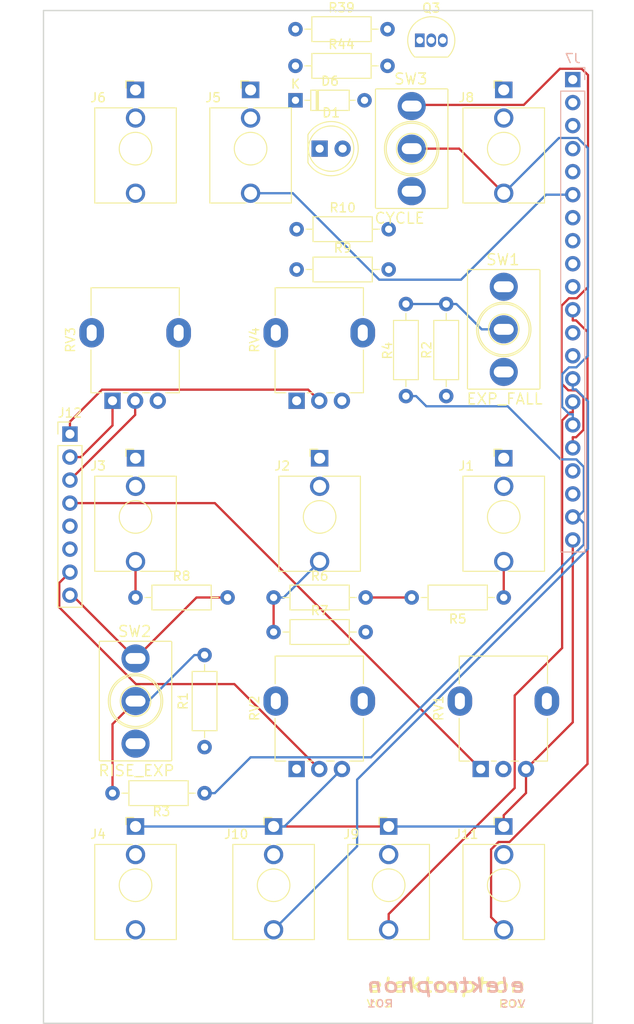
<source format=kicad_pcb>
(kicad_pcb (version 20171130) (host pcbnew 5.1.5-52549c5~86~ubuntu19.04.1)

  (general
    (thickness 1.6)
    (drawings 4)
    (tracks 124)
    (zones 0)
    (modules 39)
    (nets 29)
  )

  (page A4)
  (title_block
    (title "Voltage Controlled Slope")
    (date 2019-10-13)
    (rev R01)
    (comment 1 "PCB for mount circuit")
    (comment 2 "Original design by Ken Stone")
    (comment 4 "License CC BY 4.0 - Attribution 4.0 International")
  )

  (layers
    (0 F.Cu signal)
    (31 B.Cu signal)
    (32 B.Adhes user)
    (33 F.Adhes user)
    (34 B.Paste user)
    (35 F.Paste user)
    (36 B.SilkS user)
    (37 F.SilkS user)
    (38 B.Mask user)
    (39 F.Mask user)
    (40 Dwgs.User user)
    (41 Cmts.User user)
    (42 Eco1.User user)
    (43 Eco2.User user)
    (44 Edge.Cuts user)
    (45 Margin user)
    (46 B.CrtYd user)
    (47 F.CrtYd user)
    (48 B.Fab user)
    (49 F.Fab user)
  )

  (setup
    (last_trace_width 0.25)
    (user_trace_width 0.381)
    (user_trace_width 0.762)
    (trace_clearance 0.2)
    (zone_clearance 0.508)
    (zone_45_only no)
    (trace_min 0.2)
    (via_size 0.8)
    (via_drill 0.4)
    (via_min_size 0.4)
    (via_min_drill 0.3)
    (uvia_size 0.3)
    (uvia_drill 0.1)
    (uvias_allowed no)
    (uvia_min_size 0.2)
    (uvia_min_drill 0.1)
    (edge_width 0.15)
    (segment_width 0.2)
    (pcb_text_width 0.3)
    (pcb_text_size 1.5 1.5)
    (mod_edge_width 0.15)
    (mod_text_size 1 1)
    (mod_text_width 0.15)
    (pad_size 2.2 2.2)
    (pad_drill 2.2)
    (pad_to_mask_clearance 0.051)
    (solder_mask_min_width 0.25)
    (aux_axis_origin 0 0)
    (visible_elements 7FFFFFFF)
    (pcbplotparams
      (layerselection 0x010fc_ffffffff)
      (usegerberextensions false)
      (usegerberattributes false)
      (usegerberadvancedattributes false)
      (creategerberjobfile false)
      (excludeedgelayer true)
      (linewidth 0.100000)
      (plotframeref false)
      (viasonmask false)
      (mode 1)
      (useauxorigin false)
      (hpglpennumber 1)
      (hpglpenspeed 20)
      (hpglpendiameter 15.000000)
      (psnegative false)
      (psa4output false)
      (plotreference true)
      (plotvalue true)
      (plotinvisibletext false)
      (padsonsilk false)
      (subtractmaskfromsilk false)
      (outputformat 1)
      (mirror false)
      (drillshape 0)
      (scaleselection 1)
      (outputdirectory "./gerbers"))
  )

  (net 0 "")
  (net 1 "Net-(J1-PadT)")
  (net 2 GND)
  (net 3 "Net-(J2-PadT)")
  (net 4 -15V)
  (net 5 +15V)
  (net 6 "Net-(J3-PadT)")
  (net 7 "Net-(R1-Pad2)")
  (net 8 "Net-(R2-Pad2)")
  (net 9 /CV)
  (net 10 /IN)
  (net 11 /FALL_RATE)
  (net 12 /FALL_2)
  (net 13 /FALL_1)
  (net 14 /CYCLE_2)
  (net 15 /CYCLE_1)
  (net 16 /NET_1)
  (net 17 /RISE)
  (net 18 /FALL)
  (net 19 /AC_OUT)
  (net 20 /OUT)
  (net 21 /BIPOLAR_OUT)
  (net 22 /RISE_2)
  (net 23 /RISE_1)
  (net 24 /RISE_RATE)
  (net 25 /TRIGGER)
  (net 26 "Net-(D1-Pad1)")
  (net 27 "Net-(D6-Pad1)")
  (net 28 "Net-(Q3-Pad3)")

  (net_class Default "This is the default net class."
    (clearance 0.2)
    (trace_width 0.25)
    (via_dia 0.8)
    (via_drill 0.4)
    (uvia_dia 0.3)
    (uvia_drill 0.1)
    (add_net +15V)
    (add_net -15V)
    (add_net /AC_OUT)
    (add_net /BIPOLAR_OUT)
    (add_net /CV)
    (add_net /CYCLE_1)
    (add_net /CYCLE_2)
    (add_net /FALL)
    (add_net /FALL_1)
    (add_net /FALL_2)
    (add_net /FALL_RATE)
    (add_net /IN)
    (add_net /LED)
    (add_net /NET_1)
    (add_net /OUT)
    (add_net /RISE)
    (add_net /RISE_1)
    (add_net /RISE_2)
    (add_net /RISE_RATE)
    (add_net /TRIGGER)
    (add_net GND)
    (add_net "Net-(D1-Pad1)")
    (add_net "Net-(D6-Pad1)")
    (add_net "Net-(J1-PadT)")
    (add_net "Net-(J1-PadTN)")
    (add_net "Net-(J10-PadTN)")
    (add_net "Net-(J11-PadTN)")
    (add_net "Net-(J2-PadT)")
    (add_net "Net-(J2-PadTN)")
    (add_net "Net-(J3-PadT)")
    (add_net "Net-(J3-PadTN)")
    (add_net "Net-(J4-PadTN)")
    (add_net "Net-(J5-PadTN)")
    (add_net "Net-(J6-PadTN)")
    (add_net "Net-(J7-Pad10)")
    (add_net "Net-(J7-Pad11)")
    (add_net "Net-(J7-Pad12)")
    (add_net "Net-(J7-Pad4)")
    (add_net "Net-(J7-Pad5)")
    (add_net "Net-(J7-Pad6)")
    (add_net "Net-(J7-Pad7)")
    (add_net "Net-(J7-Pad8)")
    (add_net "Net-(J8-PadTN)")
    (add_net "Net-(J9-PadTN)")
    (add_net "Net-(Q3-Pad3)")
    (add_net "Net-(R1-Pad2)")
    (add_net "Net-(R2-Pad2)")
    (add_net "Net-(SW1-Pad3)")
    (add_net "Net-(SW2-Pad3)")
    (add_net "Net-(SW3-Pad3)")
  )

  (module Connector_PinHeader_2.54mm:PinHeader_1x08_P2.54mm_Vertical (layer F.Cu) (tedit 59FED5CC) (tstamp 5E9AB89D)
    (at 28.321 72.136)
    (descr "Through hole straight pin header, 1x08, 2.54mm pitch, single row")
    (tags "Through hole pin header THT 1x08 2.54mm single row")
    (path /5E9F0633)
    (fp_text reference J12 (at 0 -2.33) (layer F.SilkS)
      (effects (font (size 1 1) (thickness 0.15)))
    )
    (fp_text value Conn_01x08_Female (at 0 20.11) (layer F.Fab)
      (effects (font (size 1 1) (thickness 0.15)))
    )
    (fp_text user %R (at 0 8.89 90) (layer F.Fab)
      (effects (font (size 1 1) (thickness 0.15)))
    )
    (fp_line (start 1.8 -1.8) (end -1.8 -1.8) (layer F.CrtYd) (width 0.05))
    (fp_line (start 1.8 19.55) (end 1.8 -1.8) (layer F.CrtYd) (width 0.05))
    (fp_line (start -1.8 19.55) (end 1.8 19.55) (layer F.CrtYd) (width 0.05))
    (fp_line (start -1.8 -1.8) (end -1.8 19.55) (layer F.CrtYd) (width 0.05))
    (fp_line (start -1.33 -1.33) (end 0 -1.33) (layer F.SilkS) (width 0.12))
    (fp_line (start -1.33 0) (end -1.33 -1.33) (layer F.SilkS) (width 0.12))
    (fp_line (start -1.33 1.27) (end 1.33 1.27) (layer F.SilkS) (width 0.12))
    (fp_line (start 1.33 1.27) (end 1.33 19.11) (layer F.SilkS) (width 0.12))
    (fp_line (start -1.33 1.27) (end -1.33 19.11) (layer F.SilkS) (width 0.12))
    (fp_line (start -1.33 19.11) (end 1.33 19.11) (layer F.SilkS) (width 0.12))
    (fp_line (start -1.27 -0.635) (end -0.635 -1.27) (layer F.Fab) (width 0.1))
    (fp_line (start -1.27 19.05) (end -1.27 -0.635) (layer F.Fab) (width 0.1))
    (fp_line (start 1.27 19.05) (end -1.27 19.05) (layer F.Fab) (width 0.1))
    (fp_line (start 1.27 -1.27) (end 1.27 19.05) (layer F.Fab) (width 0.1))
    (fp_line (start -0.635 -1.27) (end 1.27 -1.27) (layer F.Fab) (width 0.1))
    (pad 8 thru_hole oval (at 0 17.78) (size 1.7 1.7) (drill 1) (layers *.Cu *.Mask)
      (net 17 /RISE))
    (pad 7 thru_hole oval (at 0 15.24) (size 1.7 1.7) (drill 1) (layers *.Cu *.Mask)
      (net 11 /FALL_RATE))
    (pad 6 thru_hole oval (at 0 12.7) (size 1.7 1.7) (drill 1) (layers *.Cu *.Mask)
      (net 12 /FALL_2))
    (pad 5 thru_hole oval (at 0 10.16) (size 1.7 1.7) (drill 1) (layers *.Cu *.Mask)
      (net 18 /FALL))
    (pad 4 thru_hole oval (at 0 7.62) (size 1.7 1.7) (drill 1) (layers *.Cu *.Mask)
      (net 13 /FALL_1))
    (pad 3 thru_hole oval (at 0 5.08) (size 1.7 1.7) (drill 1) (layers *.Cu *.Mask)
      (net 22 /RISE_2))
    (pad 2 thru_hole oval (at 0 2.54) (size 1.7 1.7) (drill 1) (layers *.Cu *.Mask)
      (net 23 /RISE_1))
    (pad 1 thru_hole rect (at 0 0) (size 1.7 1.7) (drill 1) (layers *.Cu *.Mask)
      (net 24 /RISE_RATE))
    (model ${KISYS3DMOD}/Connector_PinHeader_2.54mm.3dshapes/PinHeader_1x08_P2.54mm_Vertical.wrl
      (at (xyz 0 0 0))
      (scale (xyz 1 1 1))
      (rotate (xyz 0 0 0))
    )
  )

  (module Resistor_THT:R_Axial_DIN0207_L6.3mm_D2.5mm_P10.16mm_Horizontal (layer F.Cu) (tedit 5AE5139B) (tstamp 5E9AB84D)
    (at 53.213 31.506)
    (descr "Resistor, Axial_DIN0207 series, Axial, Horizontal, pin pitch=10.16mm, 0.25W = 1/4W, length*diameter=6.3*2.5mm^2, http://cdn-reichelt.de/documents/datenblatt/B400/1_4W%23YAG.pdf")
    (tags "Resistor Axial_DIN0207 series Axial Horizontal pin pitch 10.16mm 0.25W = 1/4W length 6.3mm diameter 2.5mm")
    (path /5DEDA08A)
    (fp_text reference R44 (at 5.08 -2.37) (layer F.SilkS)
      (effects (font (size 1 1) (thickness 0.15)))
    )
    (fp_text value 1k (at 5.08 2.37) (layer F.Fab)
      (effects (font (size 1 1) (thickness 0.15)))
    )
    (fp_text user %R (at 5.08 0) (layer F.Fab)
      (effects (font (size 1 1) (thickness 0.15)))
    )
    (fp_line (start 11.21 -1.5) (end -1.05 -1.5) (layer F.CrtYd) (width 0.05))
    (fp_line (start 11.21 1.5) (end 11.21 -1.5) (layer F.CrtYd) (width 0.05))
    (fp_line (start -1.05 1.5) (end 11.21 1.5) (layer F.CrtYd) (width 0.05))
    (fp_line (start -1.05 -1.5) (end -1.05 1.5) (layer F.CrtYd) (width 0.05))
    (fp_line (start 9.12 0) (end 8.35 0) (layer F.SilkS) (width 0.12))
    (fp_line (start 1.04 0) (end 1.81 0) (layer F.SilkS) (width 0.12))
    (fp_line (start 8.35 -1.37) (end 1.81 -1.37) (layer F.SilkS) (width 0.12))
    (fp_line (start 8.35 1.37) (end 8.35 -1.37) (layer F.SilkS) (width 0.12))
    (fp_line (start 1.81 1.37) (end 8.35 1.37) (layer F.SilkS) (width 0.12))
    (fp_line (start 1.81 -1.37) (end 1.81 1.37) (layer F.SilkS) (width 0.12))
    (fp_line (start 10.16 0) (end 8.23 0) (layer F.Fab) (width 0.1))
    (fp_line (start 0 0) (end 1.93 0) (layer F.Fab) (width 0.1))
    (fp_line (start 8.23 -1.25) (end 1.93 -1.25) (layer F.Fab) (width 0.1))
    (fp_line (start 8.23 1.25) (end 8.23 -1.25) (layer F.Fab) (width 0.1))
    (fp_line (start 1.93 1.25) (end 8.23 1.25) (layer F.Fab) (width 0.1))
    (fp_line (start 1.93 -1.25) (end 1.93 1.25) (layer F.Fab) (width 0.1))
    (pad 2 thru_hole oval (at 10.16 0) (size 1.6 1.6) (drill 0.8) (layers *.Cu *.Mask)
      (net 26 "Net-(D1-Pad1)"))
    (pad 1 thru_hole circle (at 0 0) (size 1.6 1.6) (drill 0.8) (layers *.Cu *.Mask)
      (net 28 "Net-(Q3-Pad3)"))
    (model ${KISYS3DMOD}/Resistor_THT.3dshapes/R_Axial_DIN0207_L6.3mm_D2.5mm_P10.16mm_Horizontal.wrl
      (at (xyz 0 0 0))
      (scale (xyz 1 1 1))
      (rotate (xyz 0 0 0))
    )
  )

  (module Resistor_THT:R_Axial_DIN0207_L6.3mm_D2.5mm_P10.16mm_Horizontal (layer F.Cu) (tedit 5AE5139B) (tstamp 5E9AB836)
    (at 53.213 27.456)
    (descr "Resistor, Axial_DIN0207 series, Axial, Horizontal, pin pitch=10.16mm, 0.25W = 1/4W, length*diameter=6.3*2.5mm^2, http://cdn-reichelt.de/documents/datenblatt/B400/1_4W%23YAG.pdf")
    (tags "Resistor Axial_DIN0207 series Axial Horizontal pin pitch 10.16mm 0.25W = 1/4W length 6.3mm diameter 2.5mm")
    (path /5DED94E4)
    (fp_text reference R39 (at 5.08 -2.37) (layer F.SilkS)
      (effects (font (size 1 1) (thickness 0.15)))
    )
    (fp_text value 150k (at 5.08 2.37) (layer F.Fab)
      (effects (font (size 1 1) (thickness 0.15)))
    )
    (fp_text user %R (at 5.08 0) (layer F.Fab)
      (effects (font (size 1 1) (thickness 0.15)))
    )
    (fp_line (start 11.21 -1.5) (end -1.05 -1.5) (layer F.CrtYd) (width 0.05))
    (fp_line (start 11.21 1.5) (end 11.21 -1.5) (layer F.CrtYd) (width 0.05))
    (fp_line (start -1.05 1.5) (end 11.21 1.5) (layer F.CrtYd) (width 0.05))
    (fp_line (start -1.05 -1.5) (end -1.05 1.5) (layer F.CrtYd) (width 0.05))
    (fp_line (start 9.12 0) (end 8.35 0) (layer F.SilkS) (width 0.12))
    (fp_line (start 1.04 0) (end 1.81 0) (layer F.SilkS) (width 0.12))
    (fp_line (start 8.35 -1.37) (end 1.81 -1.37) (layer F.SilkS) (width 0.12))
    (fp_line (start 8.35 1.37) (end 8.35 -1.37) (layer F.SilkS) (width 0.12))
    (fp_line (start 1.81 1.37) (end 8.35 1.37) (layer F.SilkS) (width 0.12))
    (fp_line (start 1.81 -1.37) (end 1.81 1.37) (layer F.SilkS) (width 0.12))
    (fp_line (start 10.16 0) (end 8.23 0) (layer F.Fab) (width 0.1))
    (fp_line (start 0 0) (end 1.93 0) (layer F.Fab) (width 0.1))
    (fp_line (start 8.23 -1.25) (end 1.93 -1.25) (layer F.Fab) (width 0.1))
    (fp_line (start 8.23 1.25) (end 8.23 -1.25) (layer F.Fab) (width 0.1))
    (fp_line (start 1.93 1.25) (end 8.23 1.25) (layer F.Fab) (width 0.1))
    (fp_line (start 1.93 -1.25) (end 1.93 1.25) (layer F.Fab) (width 0.1))
    (pad 2 thru_hole oval (at 10.16 0) (size 1.6 1.6) (drill 0.8) (layers *.Cu *.Mask)
      (net 27 "Net-(D6-Pad1)"))
    (pad 1 thru_hole circle (at 0 0) (size 1.6 1.6) (drill 0.8) (layers *.Cu *.Mask)
      (net 20 /OUT))
    (model ${KISYS3DMOD}/Resistor_THT.3dshapes/R_Axial_DIN0207_L6.3mm_D2.5mm_P10.16mm_Horizontal.wrl
      (at (xyz 0 0 0))
      (scale (xyz 1 1 1))
      (rotate (xyz 0 0 0))
    )
  )

  (module Package_TO_SOT_THT:TO-92_Inline (layer F.Cu) (tedit 5A1DD157) (tstamp 5E9AB667)
    (at 66.933 28.686)
    (descr "TO-92 leads in-line, narrow, oval pads, drill 0.75mm (see NXP sot054_po.pdf)")
    (tags "to-92 sc-43 sc-43a sot54 PA33 transistor")
    (path /5DED737C)
    (fp_text reference Q3 (at 1.27 -3.56) (layer F.SilkS)
      (effects (font (size 1 1) (thickness 0.15)))
    )
    (fp_text value 2N3904 (at 1.27 2.79) (layer F.Fab)
      (effects (font (size 1 1) (thickness 0.15)))
    )
    (fp_arc (start 1.27 0) (end 1.27 -2.6) (angle 135) (layer F.SilkS) (width 0.12))
    (fp_arc (start 1.27 0) (end 1.27 -2.48) (angle -135) (layer F.Fab) (width 0.1))
    (fp_arc (start 1.27 0) (end 1.27 -2.6) (angle -135) (layer F.SilkS) (width 0.12))
    (fp_arc (start 1.27 0) (end 1.27 -2.48) (angle 135) (layer F.Fab) (width 0.1))
    (fp_line (start 4 2.01) (end -1.46 2.01) (layer F.CrtYd) (width 0.05))
    (fp_line (start 4 2.01) (end 4 -2.73) (layer F.CrtYd) (width 0.05))
    (fp_line (start -1.46 -2.73) (end -1.46 2.01) (layer F.CrtYd) (width 0.05))
    (fp_line (start -1.46 -2.73) (end 4 -2.73) (layer F.CrtYd) (width 0.05))
    (fp_line (start -0.5 1.75) (end 3 1.75) (layer F.Fab) (width 0.1))
    (fp_line (start -0.53 1.85) (end 3.07 1.85) (layer F.SilkS) (width 0.12))
    (fp_text user %R (at 1.27 -3.56) (layer F.Fab)
      (effects (font (size 1 1) (thickness 0.15)))
    )
    (pad 1 thru_hole rect (at 0 0) (size 1.05 1.5) (drill 0.75) (layers *.Cu *.Mask)
      (net 2 GND))
    (pad 3 thru_hole oval (at 2.54 0) (size 1.05 1.5) (drill 0.75) (layers *.Cu *.Mask)
      (net 28 "Net-(Q3-Pad3)"))
    (pad 2 thru_hole oval (at 1.27 0) (size 1.05 1.5) (drill 0.75) (layers *.Cu *.Mask)
      (net 27 "Net-(D6-Pad1)"))
    (model ${KISYS3DMOD}/Package_TO_SOT_THT.3dshapes/TO-92_Inline.wrl
      (at (xyz 0 0 0))
      (scale (xyz 1 1 1))
      (rotate (xyz 0 0 0))
    )
  )

  (module Diode_THT:D_DO-35_SOD27_P7.62mm_Horizontal (layer F.Cu) (tedit 5AE50CD5) (tstamp 5E9AB339)
    (at 53.213 35.306)
    (descr "Diode, DO-35_SOD27 series, Axial, Horizontal, pin pitch=7.62mm, , length*diameter=4*2mm^2, , http://www.diodes.com/_files/packages/DO-35.pdf")
    (tags "Diode DO-35_SOD27 series Axial Horizontal pin pitch 7.62mm  length 4mm diameter 2mm")
    (path /5DED85AC)
    (fp_text reference D6 (at 3.81 -2.12) (layer F.SilkS)
      (effects (font (size 1 1) (thickness 0.15)))
    )
    (fp_text value 1N4148 (at 3.81 2.12) (layer F.Fab)
      (effects (font (size 1 1) (thickness 0.15)))
    )
    (fp_text user K (at 0 -1.8) (layer F.SilkS)
      (effects (font (size 1 1) (thickness 0.15)))
    )
    (fp_text user K (at 0 -1.8) (layer F.Fab)
      (effects (font (size 1 1) (thickness 0.15)))
    )
    (fp_text user %R (at 4.11 0) (layer F.Fab)
      (effects (font (size 0.8 0.8) (thickness 0.12)))
    )
    (fp_line (start 8.67 -1.25) (end -1.05 -1.25) (layer F.CrtYd) (width 0.05))
    (fp_line (start 8.67 1.25) (end 8.67 -1.25) (layer F.CrtYd) (width 0.05))
    (fp_line (start -1.05 1.25) (end 8.67 1.25) (layer F.CrtYd) (width 0.05))
    (fp_line (start -1.05 -1.25) (end -1.05 1.25) (layer F.CrtYd) (width 0.05))
    (fp_line (start 2.29 -1.12) (end 2.29 1.12) (layer F.SilkS) (width 0.12))
    (fp_line (start 2.53 -1.12) (end 2.53 1.12) (layer F.SilkS) (width 0.12))
    (fp_line (start 2.41 -1.12) (end 2.41 1.12) (layer F.SilkS) (width 0.12))
    (fp_line (start 6.58 0) (end 5.93 0) (layer F.SilkS) (width 0.12))
    (fp_line (start 1.04 0) (end 1.69 0) (layer F.SilkS) (width 0.12))
    (fp_line (start 5.93 -1.12) (end 1.69 -1.12) (layer F.SilkS) (width 0.12))
    (fp_line (start 5.93 1.12) (end 5.93 -1.12) (layer F.SilkS) (width 0.12))
    (fp_line (start 1.69 1.12) (end 5.93 1.12) (layer F.SilkS) (width 0.12))
    (fp_line (start 1.69 -1.12) (end 1.69 1.12) (layer F.SilkS) (width 0.12))
    (fp_line (start 2.31 -1) (end 2.31 1) (layer F.Fab) (width 0.1))
    (fp_line (start 2.51 -1) (end 2.51 1) (layer F.Fab) (width 0.1))
    (fp_line (start 2.41 -1) (end 2.41 1) (layer F.Fab) (width 0.1))
    (fp_line (start 7.62 0) (end 5.81 0) (layer F.Fab) (width 0.1))
    (fp_line (start 0 0) (end 1.81 0) (layer F.Fab) (width 0.1))
    (fp_line (start 5.81 -1) (end 1.81 -1) (layer F.Fab) (width 0.1))
    (fp_line (start 5.81 1) (end 5.81 -1) (layer F.Fab) (width 0.1))
    (fp_line (start 1.81 1) (end 5.81 1) (layer F.Fab) (width 0.1))
    (fp_line (start 1.81 -1) (end 1.81 1) (layer F.Fab) (width 0.1))
    (pad 2 thru_hole oval (at 7.62 0) (size 1.6 1.6) (drill 0.8) (layers *.Cu *.Mask)
      (net 2 GND))
    (pad 1 thru_hole rect (at 0 0) (size 1.6 1.6) (drill 0.8) (layers *.Cu *.Mask)
      (net 27 "Net-(D6-Pad1)"))
    (model ${KISYS3DMOD}/Diode_THT.3dshapes/D_DO-35_SOD27_P7.62mm_Horizontal.wrl
      (at (xyz 0 0 0))
      (scale (xyz 1 1 1))
      (rotate (xyz 0 0 0))
    )
  )

  (module "elektrophon:elektrophon logo" locked (layer F.Cu) (tedit 5D74BFC6) (tstamp 5DE397ED)
    (at 69.85 133.985)
    (fp_text reference REF** (at 0 3.556) (layer F.SilkS) hide
      (effects (font (size 1 1) (thickness 0.15)))
    )
    (fp_text value "elektrophon logo" (at 0 -3.048) (layer F.Fab) hide
      (effects (font (size 1 1) (thickness 0.15)))
    )
    (fp_text user VCS (at 8.84 1.02) (layer B.SilkS)
      (effects (font (size 0.8 1) (thickness 0.15)) (justify left mirror))
    )
    (fp_text user R01 (at -8.83 1) (layer B.SilkS)
      (effects (font (size 0.8 1) (thickness 0.15)) (justify right mirror))
    )
    (fp_text user elektrophon (at 0 -1.016) (layer B.SilkS)
      (effects (font (size 1.5 2) (thickness 0.3) italic) (justify mirror))
    )
    (fp_text user R01 (at 8.8 1.02) (layer F.SilkS)
      (effects (font (size 0.8 1) (thickness 0.15)) (justify right))
    )
    (fp_text user VCS (at -8.88 1) (layer F.SilkS)
      (effects (font (size 0.8 1) (thickness 0.15)) (justify left))
    )
    (fp_text user elektrophon (at 0 -1.016) (layer F.SilkS)
      (effects (font (size 1.5 2) (thickness 0.3) italic))
    )
  )

  (module Connector_PinHeader_2.54mm:PinHeader_1x21_P2.54mm_Vertical (layer B.Cu) (tedit 59FED5CC) (tstamp 5DE3E306)
    (at 83.82 33.02 180)
    (descr "Through hole straight pin header, 1x21, 2.54mm pitch, single row")
    (tags "Through hole pin header THT 1x21 2.54mm single row")
    (path /5DE8B002)
    (fp_text reference J7 (at 0 2.33) (layer B.SilkS)
      (effects (font (size 1 1) (thickness 0.15)) (justify mirror))
    )
    (fp_text value Conn_01x21_Male (at 0 -53.13) (layer B.Fab)
      (effects (font (size 1 1) (thickness 0.15)) (justify mirror))
    )
    (fp_text user %R (at 0 -25.4 270) (layer B.Fab)
      (effects (font (size 1 1) (thickness 0.15)) (justify mirror))
    )
    (fp_line (start 1.8 1.8) (end -1.8 1.8) (layer B.CrtYd) (width 0.05))
    (fp_line (start 1.8 -52.6) (end 1.8 1.8) (layer B.CrtYd) (width 0.05))
    (fp_line (start -1.8 -52.6) (end 1.8 -52.6) (layer B.CrtYd) (width 0.05))
    (fp_line (start -1.8 1.8) (end -1.8 -52.6) (layer B.CrtYd) (width 0.05))
    (fp_line (start -1.33 1.33) (end 0 1.33) (layer B.SilkS) (width 0.12))
    (fp_line (start -1.33 0) (end -1.33 1.33) (layer B.SilkS) (width 0.12))
    (fp_line (start -1.33 -1.27) (end 1.33 -1.27) (layer B.SilkS) (width 0.12))
    (fp_line (start 1.33 -1.27) (end 1.33 -52.13) (layer B.SilkS) (width 0.12))
    (fp_line (start -1.33 -1.27) (end -1.33 -52.13) (layer B.SilkS) (width 0.12))
    (fp_line (start -1.33 -52.13) (end 1.33 -52.13) (layer B.SilkS) (width 0.12))
    (fp_line (start -1.27 0.635) (end -0.635 1.27) (layer B.Fab) (width 0.1))
    (fp_line (start -1.27 -52.07) (end -1.27 0.635) (layer B.Fab) (width 0.1))
    (fp_line (start 1.27 -52.07) (end -1.27 -52.07) (layer B.Fab) (width 0.1))
    (fp_line (start 1.27 1.27) (end 1.27 -52.07) (layer B.Fab) (width 0.1))
    (fp_line (start -0.635 1.27) (end 1.27 1.27) (layer B.Fab) (width 0.1))
    (pad 21 thru_hole oval (at 0 -50.8 180) (size 1.7 1.7) (drill 1) (layers *.Cu *.Mask)
      (net 25 /TRIGGER))
    (pad 20 thru_hole oval (at 0 -48.26 180) (size 1.7 1.7) (drill 1) (layers *.Cu *.Mask)
      (net 15 /CYCLE_1))
    (pad 19 thru_hole oval (at 0 -45.72 180) (size 1.7 1.7) (drill 1) (layers *.Cu *.Mask)
      (net 14 /CYCLE_2))
    (pad 18 thru_hole oval (at 0 -43.18 180) (size 1.7 1.7) (drill 1) (layers *.Cu *.Mask)
      (net 19 /AC_OUT))
    (pad 17 thru_hole oval (at 0 -40.64 180) (size 1.7 1.7) (drill 1) (layers *.Cu *.Mask)
      (net 20 /OUT))
    (pad 16 thru_hole oval (at 0 -38.1 180) (size 1.7 1.7) (drill 1) (layers *.Cu *.Mask))
    (pad 15 thru_hole oval (at 0 -35.56 180) (size 1.7 1.7) (drill 1) (layers *.Cu *.Mask)
      (net 16 /NET_1))
    (pad 14 thru_hole oval (at 0 -33.02 180) (size 1.7 1.7) (drill 1) (layers *.Cu *.Mask)
      (net 21 /BIPOLAR_OUT))
    (pad 13 thru_hole oval (at 0 -30.48 180) (size 1.7 1.7) (drill 1) (layers *.Cu *.Mask)
      (net 9 /CV))
    (pad 12 thru_hole oval (at 0 -27.94 180) (size 1.7 1.7) (drill 1) (layers *.Cu *.Mask))
    (pad 11 thru_hole oval (at 0 -25.4 180) (size 1.7 1.7) (drill 1) (layers *.Cu *.Mask))
    (pad 10 thru_hole oval (at 0 -22.86 180) (size 1.7 1.7) (drill 1) (layers *.Cu *.Mask))
    (pad 9 thru_hole oval (at 0 -20.32 180) (size 1.7 1.7) (drill 1) (layers *.Cu *.Mask)
      (net 10 /IN))
    (pad 8 thru_hole oval (at 0 -17.78 180) (size 1.7 1.7) (drill 1) (layers *.Cu *.Mask))
    (pad 7 thru_hole oval (at 0 -15.24 180) (size 1.7 1.7) (drill 1) (layers *.Cu *.Mask))
    (pad 6 thru_hole oval (at 0 -12.7 180) (size 1.7 1.7) (drill 1) (layers *.Cu *.Mask))
    (pad 5 thru_hole oval (at 0 -10.16 180) (size 1.7 1.7) (drill 1) (layers *.Cu *.Mask))
    (pad 4 thru_hole oval (at 0 -7.62 180) (size 1.7 1.7) (drill 1) (layers *.Cu *.Mask))
    (pad 3 thru_hole oval (at 0 -5.08 180) (size 1.7 1.7) (drill 1) (layers *.Cu *.Mask)
      (net 4 -15V))
    (pad 2 thru_hole oval (at 0 -2.54 180) (size 1.7 1.7) (drill 1) (layers *.Cu *.Mask)
      (net 5 +15V))
    (pad 1 thru_hole rect (at 0 0 180) (size 1.7 1.7) (drill 1) (layers *.Cu *.Mask)
      (net 2 GND))
    (model ${KISYS3DMOD}/Connector_PinHeader_2.54mm.3dshapes/PinHeader_1x21_P2.54mm_Vertical.wrl
      (at (xyz 0 0 0))
      (scale (xyz 1 1 1))
      (rotate (xyz 0 0 0))
    )
  )

  (module elektrophon:Jack_3.5mm_QingPu_WQP-PJ398SM_Vertical_CircularHoles (layer F.Cu) (tedit 5DA46BDA) (tstamp 5DD9D0C3)
    (at 35.56 40.64)
    (descr "TRS 3.5mm, vertical, Thonkiconn, PCB mount, (http://www.qingpu-electronics.com/en/products/WQP-PJ398SM-362.html)")
    (tags "WQP-PJ398SM WQP-PJ301M-12 TRS 3.5mm mono vertical jack thonkiconn qingpu")
    (path /5E07C4C0)
    (fp_text reference J6 (at -4.13 -5.63) (layer F.SilkS)
      (effects (font (size 1 1) (thickness 0.15)))
    )
    (fp_text value TRIGGER (at 0 -1.48) (layer F.Fab)
      (effects (font (size 1 1) (thickness 0.15)))
    )
    (fp_text user KEEPOUT (at 0 0 180) (layer Cmts.User)
      (effects (font (size 0.4 0.4) (thickness 0.051)))
    )
    (fp_line (start -5 6.5) (end -5 -7.9) (layer F.CrtYd) (width 0.05))
    (fp_line (start -4.5 6) (end -4.5 -4.4) (layer F.Fab) (width 0.1))
    (fp_text user %R (at 0 1.52) (layer F.Fab)
      (effects (font (size 1 1) (thickness 0.15)))
    )
    (fp_line (start -4.5 -4.5) (end -4.5 6) (layer F.SilkS) (width 0.12))
    (fp_line (start 4.5 -4.5) (end 4.5 6) (layer F.SilkS) (width 0.12))
    (fp_circle (center 0 0) (end 1.5 0) (layer Dwgs.User) (width 0.12))
    (fp_line (start 0.09 1.48) (end 1.48 0.09) (layer Dwgs.User) (width 0.12))
    (fp_line (start -0.58 1.35) (end 1.36 -0.59) (layer Dwgs.User) (width 0.12))
    (fp_line (start -1.07 1.01) (end 1.01 -1.07) (layer Dwgs.User) (width 0.12))
    (fp_line (start -1.42 0.395) (end 0.4 -1.42) (layer Dwgs.User) (width 0.12))
    (fp_line (start -1.41 -0.46) (end -0.46 -1.41) (layer Dwgs.User) (width 0.12))
    (fp_line (start 4.5 6) (end 0.5 6) (layer F.SilkS) (width 0.12))
    (fp_line (start -0.5 6) (end -4.5 6) (layer F.SilkS) (width 0.12))
    (fp_line (start 4.5 -4.5) (end 0.35 -4.5) (layer F.SilkS) (width 0.12))
    (fp_line (start -0.35 -4.5) (end -4.5 -4.5) (layer F.SilkS) (width 0.12))
    (fp_circle (center 0 0) (end 1.8 0) (layer F.SilkS) (width 0.12))
    (fp_line (start -1.06 -7.48) (end -1.06 -6.68) (layer F.SilkS) (width 0.12))
    (fp_line (start -1.06 -7.48) (end -0.2 -7.48) (layer F.SilkS) (width 0.12))
    (fp_line (start 4.5 6) (end 4.5 -4.4) (layer F.Fab) (width 0.1))
    (fp_line (start 4.5 6) (end -4.5 6) (layer F.Fab) (width 0.1))
    (fp_line (start 5 6.5) (end 5 -7.9) (layer F.CrtYd) (width 0.05))
    (fp_line (start 5 6.5) (end -5 6.5) (layer F.CrtYd) (width 0.05))
    (fp_line (start 5 -7.9) (end -5 -7.9) (layer F.CrtYd) (width 0.05))
    (fp_line (start 4.5 -4.45) (end -4.5 -4.45) (layer F.Fab) (width 0.1))
    (fp_circle (center 0 0) (end 1.8 0) (layer F.Fab) (width 0.1))
    (fp_line (start 0 -6.48) (end 0 -4.45) (layer F.Fab) (width 0.1))
    (pad TN thru_hole circle (at 0 -3.38 180) (size 2.13 2.13) (drill 1.42) (layers *.Cu *.Mask))
    (pad S thru_hole rect (at 0 -6.48 180) (size 1.93 1.83) (drill 1.22) (layers *.Cu *.Mask)
      (net 2 GND))
    (pad T thru_hole circle (at 0 4.92 180) (size 2.13 2.13) (drill 1.43) (layers *.Cu *.Mask)
      (net 25 /TRIGGER))
    (model ${KISYS3DMOD}/Connector_Audio.3dshapes/Jack_3.5mm_QingPu_WQP-PJ398SM_Vertical.wrl
      (at (xyz 0 0 0))
      (scale (xyz 1 1 1))
      (rotate (xyz 0 0 0))
    )
    (model "${KIPRJMOD}/../../../lib/kicad/models/PJ301M-12 Thonkiconn v0.2.stp"
      (offset (xyz 0 -1 0))
      (scale (xyz 1 1 1))
      (rotate (xyz 0 0 180))
    )
  )

  (module 4ms-footprints:SPDT_KIT (layer F.Cu) (tedit 5D74BD61) (tstamp 5DD9C6AF)
    (at 66.04 40.64)
    (path /5D9FDA81)
    (fp_text reference SW3 (at -2.032 -6.985) (layer F.SilkS)
      (effects (font (size 1.2065 1.2065) (thickness 0.1524)) (justify left bottom))
    )
    (fp_text value CYCLE (at -4.191 8.382) (layer F.SilkS)
      (effects (font (size 1.2065 1.2065) (thickness 0.1524)) (justify left bottom))
    )
    (fp_line (start -3.9 -6.6) (end 3.9 -6.6) (layer F.SilkS) (width 0.125))
    (fp_line (start 4 -6.5) (end 4 6.5) (layer F.SilkS) (width 0.125))
    (fp_line (start 3.9 6.6) (end -3.9 6.6) (layer F.SilkS) (width 0.125))
    (fp_line (start -4 6.5) (end -4 -6.5) (layer F.SilkS) (width 0.125))
    (fp_circle (center 0 0) (end 3 0) (layer F.SilkS) (width 0.125))
    (fp_circle (center 0 0) (end 2.4765 0) (layer Cmts.User) (width 0.0254))
    (fp_arc (start -3.8735 -6.477) (end -3.8735 -6.604) (angle -90) (layer F.SilkS) (width 0.125))
    (fp_arc (start 3.8735 6.477) (end 3.8735 6.604) (angle -90) (layer F.SilkS) (width 0.125))
    (fp_arc (start 3.8735 -6.477) (end 4.0005 -6.477) (angle -90) (layer F.SilkS) (width 0.125))
    (fp_arc (start -3.8735 6.477) (end -4.0005 6.477) (angle -90) (layer F.SilkS) (width 0.125))
    (fp_circle (center 0 0) (end 0.254 -2.794) (layer F.SilkS) (width 0.125))
    (fp_circle (center 0 0) (end 0.3175 -1.651) (layer F.SilkS) (width 0.125))
    (pad 1 thru_hole circle (at 0 -4.7) (size 3.1 3.1) (drill oval 2.2 1.2) (layers *.Cu *.Mask)
      (net 15 /CYCLE_1))
    (pad 2 thru_hole circle (at 0 0) (size 3.1 3.1) (drill oval 2.2 1.2) (layers *.Cu *.Mask)
      (net 14 /CYCLE_2))
    (pad 3 thru_hole circle (at 0 4.7) (size 3.1 3.1) (drill oval 2.2 1.2) (layers *.Cu *.Mask))
    (model "/Users/design/Google Drive/4ms/kicad/packages3d/spdt-toggle-submini.wrl"
      (offset (xyz 0 0 2.79399995803833))
      (scale (xyz 0.39 0.39 0.39))
      (rotate (xyz 270 0 90))
    )
    (model "/home/etienne/Projects/elektrophon/lib/kicad/models/SPDT Toggle Switch.stp"
      (offset (xyz 3.5 -12 0))
      (scale (xyz 1 1 1))
      (rotate (xyz -90 0 90))
    )
  )

  (module Resistor_THT:R_Axial_DIN0207_L6.3mm_D2.5mm_P10.16mm_Horizontal (layer F.Cu) (tedit 5AE5139B) (tstamp 5DD9C5C4)
    (at 53.34 49.53)
    (descr "Resistor, Axial_DIN0207 series, Axial, Horizontal, pin pitch=10.16mm, 0.25W = 1/4W, length*diameter=6.3*2.5mm^2, http://cdn-reichelt.de/documents/datenblatt/B400/1_4W%23YAG.pdf")
    (tags "Resistor Axial_DIN0207 series Axial Horizontal pin pitch 10.16mm 0.25W = 1/4W length 6.3mm diameter 2.5mm")
    (path /5DE01F85)
    (fp_text reference R10 (at 5.08 -2.37) (layer F.SilkS)
      (effects (font (size 1 1) (thickness 0.15)))
    )
    (fp_text value 1M (at 5.08 2.37) (layer F.Fab)
      (effects (font (size 1 1) (thickness 0.15)))
    )
    (fp_text user %R (at 5.08 0) (layer F.Fab)
      (effects (font (size 1 1) (thickness 0.15)))
    )
    (fp_line (start 11.21 -1.5) (end -1.05 -1.5) (layer F.CrtYd) (width 0.05))
    (fp_line (start 11.21 1.5) (end 11.21 -1.5) (layer F.CrtYd) (width 0.05))
    (fp_line (start -1.05 1.5) (end 11.21 1.5) (layer F.CrtYd) (width 0.05))
    (fp_line (start -1.05 -1.5) (end -1.05 1.5) (layer F.CrtYd) (width 0.05))
    (fp_line (start 9.12 0) (end 8.35 0) (layer F.SilkS) (width 0.12))
    (fp_line (start 1.04 0) (end 1.81 0) (layer F.SilkS) (width 0.12))
    (fp_line (start 8.35 -1.37) (end 1.81 -1.37) (layer F.SilkS) (width 0.12))
    (fp_line (start 8.35 1.37) (end 8.35 -1.37) (layer F.SilkS) (width 0.12))
    (fp_line (start 1.81 1.37) (end 8.35 1.37) (layer F.SilkS) (width 0.12))
    (fp_line (start 1.81 -1.37) (end 1.81 1.37) (layer F.SilkS) (width 0.12))
    (fp_line (start 10.16 0) (end 8.23 0) (layer F.Fab) (width 0.1))
    (fp_line (start 0 0) (end 1.93 0) (layer F.Fab) (width 0.1))
    (fp_line (start 8.23 -1.25) (end 1.93 -1.25) (layer F.Fab) (width 0.1))
    (fp_line (start 8.23 1.25) (end 8.23 -1.25) (layer F.Fab) (width 0.1))
    (fp_line (start 1.93 1.25) (end 8.23 1.25) (layer F.Fab) (width 0.1))
    (fp_line (start 1.93 -1.25) (end 1.93 1.25) (layer F.Fab) (width 0.1))
    (pad 2 thru_hole oval (at 10.16 0) (size 1.6 1.6) (drill 0.8) (layers *.Cu *.Mask)
      (net 22 /RISE_2))
    (pad 1 thru_hole circle (at 0 0) (size 1.6 1.6) (drill 0.8) (layers *.Cu *.Mask)
      (net 2 GND))
    (model ${KISYS3DMOD}/Resistor_THT.3dshapes/R_Axial_DIN0207_L6.3mm_D2.5mm_P10.16mm_Horizontal.wrl
      (at (xyz 0 0 0))
      (scale (xyz 1 1 1))
      (rotate (xyz 0 0 0))
    )
  )

  (module Resistor_THT:R_Axial_DIN0207_L6.3mm_D2.5mm_P10.16mm_Horizontal (layer F.Cu) (tedit 5AE5139B) (tstamp 5DD9C5AD)
    (at 53.34 53.975)
    (descr "Resistor, Axial_DIN0207 series, Axial, Horizontal, pin pitch=10.16mm, 0.25W = 1/4W, length*diameter=6.3*2.5mm^2, http://cdn-reichelt.de/documents/datenblatt/B400/1_4W%23YAG.pdf")
    (tags "Resistor Axial_DIN0207 series Axial Horizontal pin pitch 10.16mm 0.25W = 1/4W length 6.3mm diameter 2.5mm")
    (path /5DD94AE0)
    (fp_text reference R9 (at 5.08 -2.37) (layer F.SilkS)
      (effects (font (size 1 1) (thickness 0.15)))
    )
    (fp_text value 1M (at 5.08 2.37) (layer F.Fab)
      (effects (font (size 1 1) (thickness 0.15)))
    )
    (fp_text user %R (at 5.08 0) (layer F.Fab)
      (effects (font (size 1 1) (thickness 0.15)))
    )
    (fp_line (start 11.21 -1.5) (end -1.05 -1.5) (layer F.CrtYd) (width 0.05))
    (fp_line (start 11.21 1.5) (end 11.21 -1.5) (layer F.CrtYd) (width 0.05))
    (fp_line (start -1.05 1.5) (end 11.21 1.5) (layer F.CrtYd) (width 0.05))
    (fp_line (start -1.05 -1.5) (end -1.05 1.5) (layer F.CrtYd) (width 0.05))
    (fp_line (start 9.12 0) (end 8.35 0) (layer F.SilkS) (width 0.12))
    (fp_line (start 1.04 0) (end 1.81 0) (layer F.SilkS) (width 0.12))
    (fp_line (start 8.35 -1.37) (end 1.81 -1.37) (layer F.SilkS) (width 0.12))
    (fp_line (start 8.35 1.37) (end 8.35 -1.37) (layer F.SilkS) (width 0.12))
    (fp_line (start 1.81 1.37) (end 8.35 1.37) (layer F.SilkS) (width 0.12))
    (fp_line (start 1.81 -1.37) (end 1.81 1.37) (layer F.SilkS) (width 0.12))
    (fp_line (start 10.16 0) (end 8.23 0) (layer F.Fab) (width 0.1))
    (fp_line (start 0 0) (end 1.93 0) (layer F.Fab) (width 0.1))
    (fp_line (start 8.23 -1.25) (end 1.93 -1.25) (layer F.Fab) (width 0.1))
    (fp_line (start 8.23 1.25) (end 8.23 -1.25) (layer F.Fab) (width 0.1))
    (fp_line (start 1.93 1.25) (end 8.23 1.25) (layer F.Fab) (width 0.1))
    (fp_line (start 1.93 -1.25) (end 1.93 1.25) (layer F.Fab) (width 0.1))
    (pad 2 thru_hole oval (at 10.16 0) (size 1.6 1.6) (drill 0.8) (layers *.Cu *.Mask)
      (net 12 /FALL_2))
    (pad 1 thru_hole circle (at 0 0) (size 1.6 1.6) (drill 0.8) (layers *.Cu *.Mask)
      (net 2 GND))
    (model ${KISYS3DMOD}/Resistor_THT.3dshapes/R_Axial_DIN0207_L6.3mm_D2.5mm_P10.16mm_Horizontal.wrl
      (at (xyz 0 0 0))
      (scale (xyz 1 1 1))
      (rotate (xyz 0 0 0))
    )
  )

  (module Resistor_THT:R_Axial_DIN0207_L6.3mm_D2.5mm_P10.16mm_Horizontal (layer F.Cu) (tedit 5AE5139B) (tstamp 5DD9C462)
    (at 43.18 106.68 90)
    (descr "Resistor, Axial_DIN0207 series, Axial, Horizontal, pin pitch=10.16mm, 0.25W = 1/4W, length*diameter=6.3*2.5mm^2, http://cdn-reichelt.de/documents/datenblatt/B400/1_4W%23YAG.pdf")
    (tags "Resistor Axial_DIN0207 series Axial Horizontal pin pitch 10.16mm 0.25W = 1/4W length 6.3mm diameter 2.5mm")
    (path /5DD94B52)
    (fp_text reference R1 (at 5.08 -2.37 90) (layer F.SilkS)
      (effects (font (size 1 1) (thickness 0.15)))
    )
    (fp_text value 330k (at 5.08 2.37 90) (layer F.Fab)
      (effects (font (size 1 1) (thickness 0.15)))
    )
    (fp_text user %R (at 5.08 0 90) (layer F.Fab)
      (effects (font (size 1 1) (thickness 0.15)))
    )
    (fp_line (start 11.21 -1.5) (end -1.05 -1.5) (layer F.CrtYd) (width 0.05))
    (fp_line (start 11.21 1.5) (end 11.21 -1.5) (layer F.CrtYd) (width 0.05))
    (fp_line (start -1.05 1.5) (end 11.21 1.5) (layer F.CrtYd) (width 0.05))
    (fp_line (start -1.05 -1.5) (end -1.05 1.5) (layer F.CrtYd) (width 0.05))
    (fp_line (start 9.12 0) (end 8.35 0) (layer F.SilkS) (width 0.12))
    (fp_line (start 1.04 0) (end 1.81 0) (layer F.SilkS) (width 0.12))
    (fp_line (start 8.35 -1.37) (end 1.81 -1.37) (layer F.SilkS) (width 0.12))
    (fp_line (start 8.35 1.37) (end 8.35 -1.37) (layer F.SilkS) (width 0.12))
    (fp_line (start 1.81 1.37) (end 8.35 1.37) (layer F.SilkS) (width 0.12))
    (fp_line (start 1.81 -1.37) (end 1.81 1.37) (layer F.SilkS) (width 0.12))
    (fp_line (start 10.16 0) (end 8.23 0) (layer F.Fab) (width 0.1))
    (fp_line (start 0 0) (end 1.93 0) (layer F.Fab) (width 0.1))
    (fp_line (start 8.23 -1.25) (end 1.93 -1.25) (layer F.Fab) (width 0.1))
    (fp_line (start 8.23 1.25) (end 8.23 -1.25) (layer F.Fab) (width 0.1))
    (fp_line (start 1.93 1.25) (end 8.23 1.25) (layer F.Fab) (width 0.1))
    (fp_line (start 1.93 -1.25) (end 1.93 1.25) (layer F.Fab) (width 0.1))
    (pad 2 thru_hole oval (at 10.16 0 90) (size 1.6 1.6) (drill 0.8) (layers *.Cu *.Mask)
      (net 7 "Net-(R1-Pad2)"))
    (pad 1 thru_hole circle (at 0 0 90) (size 1.6 1.6) (drill 0.8) (layers *.Cu *.Mask)
      (net 16 /NET_1))
    (model ${KISYS3DMOD}/Resistor_THT.3dshapes/R_Axial_DIN0207_L6.3mm_D2.5mm_P10.16mm_Horizontal.wrl
      (at (xyz 0 0 0))
      (scale (xyz 1 1 1))
      (rotate (xyz 0 0 0))
    )
  )

  (module elektrophon:Jack_3.5mm_QingPu_WQP-PJ398SM_Vertical_CircularHoles (layer F.Cu) (tedit 5DA46BDA) (tstamp 5DD9C385)
    (at 76.2 40.64)
    (descr "TRS 3.5mm, vertical, Thonkiconn, PCB mount, (http://www.qingpu-electronics.com/en/products/WQP-PJ398SM-362.html)")
    (tags "WQP-PJ398SM WQP-PJ301M-12 TRS 3.5mm mono vertical jack thonkiconn qingpu")
    (path /5DA1DA64)
    (fp_text reference J8 (at -4.13 -5.63) (layer F.SilkS)
      (effects (font (size 1 1) (thickness 0.15)))
    )
    (fp_text value END (at 0 -1.48) (layer F.Fab)
      (effects (font (size 1 1) (thickness 0.15)))
    )
    (fp_text user KEEPOUT (at 0 0 180) (layer Cmts.User)
      (effects (font (size 0.4 0.4) (thickness 0.051)))
    )
    (fp_line (start -5 6.5) (end -5 -7.9) (layer F.CrtYd) (width 0.05))
    (fp_line (start -4.5 6) (end -4.5 -4.4) (layer F.Fab) (width 0.1))
    (fp_text user %R (at 0 1.52) (layer F.Fab)
      (effects (font (size 1 1) (thickness 0.15)))
    )
    (fp_line (start -4.5 -4.5) (end -4.5 6) (layer F.SilkS) (width 0.12))
    (fp_line (start 4.5 -4.5) (end 4.5 6) (layer F.SilkS) (width 0.12))
    (fp_circle (center 0 0) (end 1.5 0) (layer Dwgs.User) (width 0.12))
    (fp_line (start 0.09 1.48) (end 1.48 0.09) (layer Dwgs.User) (width 0.12))
    (fp_line (start -0.58 1.35) (end 1.36 -0.59) (layer Dwgs.User) (width 0.12))
    (fp_line (start -1.07 1.01) (end 1.01 -1.07) (layer Dwgs.User) (width 0.12))
    (fp_line (start -1.42 0.395) (end 0.4 -1.42) (layer Dwgs.User) (width 0.12))
    (fp_line (start -1.41 -0.46) (end -0.46 -1.41) (layer Dwgs.User) (width 0.12))
    (fp_line (start 4.5 6) (end 0.5 6) (layer F.SilkS) (width 0.12))
    (fp_line (start -0.5 6) (end -4.5 6) (layer F.SilkS) (width 0.12))
    (fp_line (start 4.5 -4.5) (end 0.35 -4.5) (layer F.SilkS) (width 0.12))
    (fp_line (start -0.35 -4.5) (end -4.5 -4.5) (layer F.SilkS) (width 0.12))
    (fp_circle (center 0 0) (end 1.8 0) (layer F.SilkS) (width 0.12))
    (fp_line (start -1.06 -7.48) (end -1.06 -6.68) (layer F.SilkS) (width 0.12))
    (fp_line (start -1.06 -7.48) (end -0.2 -7.48) (layer F.SilkS) (width 0.12))
    (fp_line (start 4.5 6) (end 4.5 -4.4) (layer F.Fab) (width 0.1))
    (fp_line (start 4.5 6) (end -4.5 6) (layer F.Fab) (width 0.1))
    (fp_line (start 5 6.5) (end 5 -7.9) (layer F.CrtYd) (width 0.05))
    (fp_line (start 5 6.5) (end -5 6.5) (layer F.CrtYd) (width 0.05))
    (fp_line (start 5 -7.9) (end -5 -7.9) (layer F.CrtYd) (width 0.05))
    (fp_line (start 4.5 -4.45) (end -4.5 -4.45) (layer F.Fab) (width 0.1))
    (fp_circle (center 0 0) (end 1.8 0) (layer F.Fab) (width 0.1))
    (fp_line (start 0 -6.48) (end 0 -4.45) (layer F.Fab) (width 0.1))
    (pad TN thru_hole circle (at 0 -3.38 180) (size 2.13 2.13) (drill 1.42) (layers *.Cu *.Mask))
    (pad S thru_hole rect (at 0 -6.48 180) (size 1.93 1.83) (drill 1.22) (layers *.Cu *.Mask)
      (net 2 GND))
    (pad T thru_hole circle (at 0 4.92 180) (size 2.13 2.13) (drill 1.43) (layers *.Cu *.Mask)
      (net 14 /CYCLE_2))
    (model ${KISYS3DMOD}/Connector_Audio.3dshapes/Jack_3.5mm_QingPu_WQP-PJ398SM_Vertical.wrl
      (at (xyz 0 0 0))
      (scale (xyz 1 1 1))
      (rotate (xyz 0 0 0))
    )
    (model "${KIPRJMOD}/../../../lib/kicad/models/PJ301M-12 Thonkiconn v0.2.stp"
      (offset (xyz 0 -1 0))
      (scale (xyz 1 1 1))
      (rotate (xyz 0 0 180))
    )
  )

  (module MountingHole:MountingHole_2.2mm_M2 (layer F.Cu) (tedit 56D1B4CB) (tstamp 5DD9C1F8)
    (at 83.46 134.62)
    (descr "Mounting Hole 2.2mm, no annular, M2")
    (tags "mounting hole 2.2mm no annular m2")
    (path /5D6DCA0E)
    (attr virtual)
    (fp_text reference H4 (at 0 -3.2) (layer F.SilkS) hide
      (effects (font (size 1 1) (thickness 0.15)))
    )
    (fp_text value MountingHole (at 0 3.2) (layer F.Fab) hide
      (effects (font (size 1 1) (thickness 0.15)))
    )
    (fp_circle (center 0 0) (end 2.45 0) (layer F.CrtYd) (width 0.05))
    (fp_circle (center 0 0) (end 2.2 0) (layer Cmts.User) (width 0.15))
    (fp_text user %R (at 0.3 0) (layer F.Fab) hide
      (effects (font (size 1 1) (thickness 0.15)))
    )
    (pad 1 np_thru_hole circle (at 0 0) (size 2.2 2.2) (drill 2.2) (layers *.Cu *.Mask))
  )

  (module MountingHole:MountingHole_2.2mm_M2 (layer F.Cu) (tedit 56D1B4CB) (tstamp 5DD9C1F0)
    (at 27.94 134.62)
    (descr "Mounting Hole 2.2mm, no annular, M2")
    (tags "mounting hole 2.2mm no annular m2")
    (path /5D6DC549)
    (attr virtual)
    (fp_text reference H3 (at 0 -3.2) (layer F.SilkS) hide
      (effects (font (size 1 1) (thickness 0.15)))
    )
    (fp_text value MountingHole (at 0 3.2) (layer F.Fab) hide
      (effects (font (size 1 1) (thickness 0.15)))
    )
    (fp_circle (center 0 0) (end 2.45 0) (layer F.CrtYd) (width 0.05))
    (fp_circle (center 0 0) (end 2.2 0) (layer Cmts.User) (width 0.15))
    (fp_text user %R (at 0.3 0) (layer F.Fab) hide
      (effects (font (size 1 1) (thickness 0.15)))
    )
    (pad 1 np_thru_hole circle (at 0 0) (size 2.2 2.2) (drill 2.2) (layers *.Cu *.Mask))
  )

  (module MountingHole:MountingHole_2.2mm_M2 (layer F.Cu) (tedit 56D1B4CB) (tstamp 5DD9C1E8)
    (at 83.46 27.94)
    (descr "Mounting Hole 2.2mm, no annular, M2")
    (tags "mounting hole 2.2mm no annular m2")
    (path /5D6DC0FC)
    (attr virtual)
    (fp_text reference H2 (at 0 -3.2) (layer F.SilkS) hide
      (effects (font (size 1 1) (thickness 0.15)))
    )
    (fp_text value MountingHole (at 0 3.2) (layer F.Fab) hide
      (effects (font (size 1 1) (thickness 0.15)))
    )
    (fp_circle (center 0 0) (end 2.45 0) (layer F.CrtYd) (width 0.05))
    (fp_circle (center 0 0) (end 2.2 0) (layer Cmts.User) (width 0.15))
    (fp_text user %R (at 0.3 0) (layer F.Fab) hide
      (effects (font (size 1 1) (thickness 0.15)))
    )
    (pad 1 np_thru_hole circle (at 0 0) (size 2.2 2.2) (drill 2.2) (layers *.Cu *.Mask))
  )

  (module MountingHole:MountingHole_2.2mm_M2 (layer F.Cu) (tedit 56D1B4CB) (tstamp 5DD9C1E0)
    (at 27.94 27.94)
    (descr "Mounting Hole 2.2mm, no annular, M2")
    (tags "mounting hole 2.2mm no annular m2")
    (path /5D6DB9A0)
    (attr virtual)
    (fp_text reference H1 (at 0 -3.2) (layer F.SilkS) hide
      (effects (font (size 1 1) (thickness 0.15)))
    )
    (fp_text value MountingHole (at 0 3.2) (layer F.Fab) hide
      (effects (font (size 1 1) (thickness 0.15)))
    )
    (fp_circle (center 0 0) (end 2.45 0) (layer F.CrtYd) (width 0.05))
    (fp_circle (center 0 0) (end 2.2 0) (layer Cmts.User) (width 0.15))
    (fp_text user %R (at 0.3 0) (layer F.Fab) hide
      (effects (font (size 1 1) (thickness 0.15)))
    )
    (pad 1 np_thru_hole circle (at 0 0) (size 2.2 2.2) (drill 2.2) (layers *.Cu *.Mask))
  )

  (module 4ms-footprints:SPDT_KIT (layer F.Cu) (tedit 5D74BD61) (tstamp 5DD99175)
    (at 35.56 101.6)
    (path /5DE01F7E)
    (fp_text reference SW2 (at -2.032 -6.985) (layer F.SilkS)
      (effects (font (size 1.2065 1.2065) (thickness 0.1524)) (justify left bottom))
    )
    (fp_text value RISE_EXP (at -4.191 8.382) (layer F.SilkS)
      (effects (font (size 1.2065 1.2065) (thickness 0.1524)) (justify left bottom))
    )
    (fp_line (start -3.9 -6.6) (end 3.9 -6.6) (layer F.SilkS) (width 0.125))
    (fp_line (start 4 -6.5) (end 4 6.5) (layer F.SilkS) (width 0.125))
    (fp_line (start 3.9 6.6) (end -3.9 6.6) (layer F.SilkS) (width 0.125))
    (fp_line (start -4 6.5) (end -4 -6.5) (layer F.SilkS) (width 0.125))
    (fp_circle (center 0 0) (end 3 0) (layer F.SilkS) (width 0.125))
    (fp_circle (center 0 0) (end 2.4765 0) (layer Cmts.User) (width 0.0254))
    (fp_arc (start -3.8735 -6.477) (end -3.8735 -6.604) (angle -90) (layer F.SilkS) (width 0.125))
    (fp_arc (start 3.8735 6.477) (end 3.8735 6.604) (angle -90) (layer F.SilkS) (width 0.125))
    (fp_arc (start 3.8735 -6.477) (end 4.0005 -6.477) (angle -90) (layer F.SilkS) (width 0.125))
    (fp_arc (start -3.8735 6.477) (end -4.0005 6.477) (angle -90) (layer F.SilkS) (width 0.125))
    (fp_circle (center 0 0) (end 0.254 -2.794) (layer F.SilkS) (width 0.125))
    (fp_circle (center 0 0) (end 0.3175 -1.651) (layer F.SilkS) (width 0.125))
    (pad 1 thru_hole circle (at 0 -4.7) (size 3.1 3.1) (drill oval 2.2 1.2) (layers *.Cu *.Mask)
      (net 17 /RISE))
    (pad 2 thru_hole circle (at 0 0) (size 3.1 3.1) (drill oval 2.2 1.2) (layers *.Cu *.Mask)
      (net 7 "Net-(R1-Pad2)"))
    (pad 3 thru_hole circle (at 0 4.7) (size 3.1 3.1) (drill oval 2.2 1.2) (layers *.Cu *.Mask))
    (model "/Users/design/Google Drive/4ms/kicad/packages3d/spdt-toggle-submini.wrl"
      (offset (xyz 0 0 2.79399995803833))
      (scale (xyz 0.39 0.39 0.39))
      (rotate (xyz 270 0 90))
    )
    (model "/home/etienne/Projects/elektrophon/lib/kicad/models/SPDT Toggle Switch.stp"
      (offset (xyz 3.5 -12 0))
      (scale (xyz 1 1 1))
      (rotate (xyz -90 0 90))
    )
  )

  (module 4ms-footprints:SPDT_KIT (layer F.Cu) (tedit 5D74BD61) (tstamp 5DD99162)
    (at 76.2 60.58)
    (path /5DE01F77)
    (fp_text reference SW1 (at -2.032 -6.985) (layer F.SilkS)
      (effects (font (size 1.2065 1.2065) (thickness 0.1524)) (justify left bottom))
    )
    (fp_text value EXP_FALL (at -4.191 8.382) (layer F.SilkS)
      (effects (font (size 1.2065 1.2065) (thickness 0.1524)) (justify left bottom))
    )
    (fp_line (start -3.9 -6.6) (end 3.9 -6.6) (layer F.SilkS) (width 0.125))
    (fp_line (start 4 -6.5) (end 4 6.5) (layer F.SilkS) (width 0.125))
    (fp_line (start 3.9 6.6) (end -3.9 6.6) (layer F.SilkS) (width 0.125))
    (fp_line (start -4 6.5) (end -4 -6.5) (layer F.SilkS) (width 0.125))
    (fp_circle (center 0 0) (end 3 0) (layer F.SilkS) (width 0.125))
    (fp_circle (center 0 0) (end 2.4765 0) (layer Cmts.User) (width 0.0254))
    (fp_arc (start -3.8735 -6.477) (end -3.8735 -6.604) (angle -90) (layer F.SilkS) (width 0.125))
    (fp_arc (start 3.8735 6.477) (end 3.8735 6.604) (angle -90) (layer F.SilkS) (width 0.125))
    (fp_arc (start 3.8735 -6.477) (end 4.0005 -6.477) (angle -90) (layer F.SilkS) (width 0.125))
    (fp_arc (start -3.8735 6.477) (end -4.0005 6.477) (angle -90) (layer F.SilkS) (width 0.125))
    (fp_circle (center 0 0) (end 0.254 -2.794) (layer F.SilkS) (width 0.125))
    (fp_circle (center 0 0) (end 0.3175 -1.651) (layer F.SilkS) (width 0.125))
    (pad 1 thru_hole circle (at 0 -4.7) (size 3.1 3.1) (drill oval 2.2 1.2) (layers *.Cu *.Mask)
      (net 18 /FALL))
    (pad 2 thru_hole circle (at 0 0) (size 3.1 3.1) (drill oval 2.2 1.2) (layers *.Cu *.Mask)
      (net 8 "Net-(R2-Pad2)"))
    (pad 3 thru_hole circle (at 0 4.7) (size 3.1 3.1) (drill oval 2.2 1.2) (layers *.Cu *.Mask))
    (model "/Users/design/Google Drive/4ms/kicad/packages3d/spdt-toggle-submini.wrl"
      (offset (xyz 0 0 2.79399995803833))
      (scale (xyz 0.39 0.39 0.39))
      (rotate (xyz 270 0 90))
    )
    (model "/home/etienne/Projects/elektrophon/lib/kicad/models/SPDT Toggle Switch.stp"
      (offset (xyz 3.5 -12 0))
      (scale (xyz 1 1 1))
      (rotate (xyz -90 0 90))
    )
  )

  (module elektrophon:Potentiometer_Alpha_RD901F-40-00D_Single_Vertical (layer F.Cu) (tedit 5DA46BB9) (tstamp 5DD99118)
    (at 55.88 60.96 90)
    (descr "Potentiometer, vertical, 9mm, single, http://www.taiwanalpha.com.tw/downloads?target=products&id=113")
    (tags "potentiometer vertical 9mm single")
    (path /5DD94BE4)
    (fp_text reference RV4 (at -0.79 -7.18 270) (layer F.SilkS)
      (effects (font (size 1 1) (thickness 0.15)))
    )
    (fp_text value 100k (at -7.5 7.32 270) (layer F.Fab)
      (effects (font (size 1 1) (thickness 0.15)))
    )
    (fp_line (start -6.62 1.62) (end -6.62 0.79) (layer F.SilkS) (width 0.12))
    (fp_line (start -6.62 -0.83) (end -6.62 -1.36) (layer F.SilkS) (width 0.12))
    (fp_line (start -6.62 -3.73) (end -6.62 -4.91) (layer F.SilkS) (width 0.12))
    (fp_line (start -6.62 4.83) (end -1.9 4.83) (layer F.SilkS) (width 0.12))
    (fp_line (start 1.91 -4.91) (end 4.97 -4.91) (layer F.SilkS) (width 0.12))
    (fp_line (start -6.5 4.71) (end 4.85 4.71) (layer F.Fab) (width 0.1))
    (fp_line (start -6.5 -4.79) (end 4.85 -4.79) (layer F.Fab) (width 0.1))
    (fp_line (start 4.85 4.71) (end 4.85 -4.79) (layer F.Fab) (width 0.1))
    (fp_line (start -6.5 4.71) (end -6.5 -4.79) (layer F.Fab) (width 0.1))
    (fp_circle (center 0 -0.04) (end 0 -3.54) (layer F.Fab) (width 0.1))
    (fp_line (start -6.62 -4.92) (end -1.9 -4.92) (layer F.SilkS) (width 0.12))
    (fp_line (start 1.91 4.83) (end 4.97 4.83) (layer F.SilkS) (width 0.12))
    (fp_line (start -6.62 4.83) (end -6.62 3.34) (layer F.SilkS) (width 0.12))
    (fp_line (start 4.97 4.83) (end 4.97 -4.91) (layer F.SilkS) (width 0.12))
    (fp_line (start 5.1 6.37) (end 5.1 -6.45) (layer F.CrtYd) (width 0.05))
    (fp_line (start 5.1 -6.45) (end -8.65 -6.45) (layer F.CrtYd) (width 0.05))
    (fp_line (start -8.65 -6.45) (end -8.65 6.37) (layer F.CrtYd) (width 0.05))
    (fp_line (start -8.65 6.37) (end 5.1 6.37) (layer F.CrtYd) (width 0.05))
    (fp_text user %R (at 0.12 0 90) (layer F.Fab)
      (effects (font (size 1 1) (thickness 0.15)))
    )
    (pad "" thru_hole oval (at 0 -4.84 180) (size 2.72 3.24) (drill oval 1.1 1.8) (layers *.Cu *.Mask))
    (pad "" thru_hole oval (at 0 4.76 180) (size 2.72 3.24) (drill oval 1.1 1.8) (layers *.Cu *.Mask))
    (pad 3 thru_hole circle (at -7.5 2.46 180) (size 1.8 1.8) (drill 1) (layers *.Cu *.Mask)
      (net 2 GND))
    (pad 2 thru_hole circle (at -7.5 -0.04 180) (size 1.8 1.8) (drill 1) (layers *.Cu *.Mask)
      (net 24 /RISE_RATE))
    (pad 1 thru_hole rect (at -7.5 -2.54 180) (size 1.8 1.8) (drill 1) (layers *.Cu *.Mask)
      (net 5 +15V))
    (model ${KISYS3DMOD}/Potentiometer_THT.3dshapes/Potentiometer_Alpha_RD901F-40-00D_Single_Vertical.wrl
      (at (xyz 0 0 0))
      (scale (xyz 1 1 1))
      (rotate (xyz 0 0 0))
    )
    (model ${KIPRJMOD}/../../../lib/kicad/models/ALPHA-RD901F-40.step
      (at (xyz 0 0 0))
      (scale (xyz 1 1 1))
      (rotate (xyz 0 0 90))
    )
  )

  (module elektrophon:Potentiometer_Alpha_RD901F-40-00D_Single_Vertical (layer F.Cu) (tedit 5DA46BB9) (tstamp 5DD990FC)
    (at 55.88 101.6 90)
    (descr "Potentiometer, vertical, 9mm, single, http://www.taiwanalpha.com.tw/downloads?target=products&id=113")
    (tags "potentiometer vertical 9mm single")
    (path /5DE01F87)
    (fp_text reference RV2 (at -0.79 -7.18 270) (layer F.SilkS)
      (effects (font (size 1 1) (thickness 0.15)))
    )
    (fp_text value 100k (at -7.5 7.32 270) (layer F.Fab)
      (effects (font (size 1 1) (thickness 0.15)))
    )
    (fp_line (start -6.62 1.62) (end -6.62 0.79) (layer F.SilkS) (width 0.12))
    (fp_line (start -6.62 -0.83) (end -6.62 -1.36) (layer F.SilkS) (width 0.12))
    (fp_line (start -6.62 -3.73) (end -6.62 -4.91) (layer F.SilkS) (width 0.12))
    (fp_line (start -6.62 4.83) (end -1.9 4.83) (layer F.SilkS) (width 0.12))
    (fp_line (start 1.91 -4.91) (end 4.97 -4.91) (layer F.SilkS) (width 0.12))
    (fp_line (start -6.5 4.71) (end 4.85 4.71) (layer F.Fab) (width 0.1))
    (fp_line (start -6.5 -4.79) (end 4.85 -4.79) (layer F.Fab) (width 0.1))
    (fp_line (start 4.85 4.71) (end 4.85 -4.79) (layer F.Fab) (width 0.1))
    (fp_line (start -6.5 4.71) (end -6.5 -4.79) (layer F.Fab) (width 0.1))
    (fp_circle (center 0 -0.04) (end 0 -3.54) (layer F.Fab) (width 0.1))
    (fp_line (start -6.62 -4.92) (end -1.9 -4.92) (layer F.SilkS) (width 0.12))
    (fp_line (start 1.91 4.83) (end 4.97 4.83) (layer F.SilkS) (width 0.12))
    (fp_line (start -6.62 4.83) (end -6.62 3.34) (layer F.SilkS) (width 0.12))
    (fp_line (start 4.97 4.83) (end 4.97 -4.91) (layer F.SilkS) (width 0.12))
    (fp_line (start 5.1 6.37) (end 5.1 -6.45) (layer F.CrtYd) (width 0.05))
    (fp_line (start 5.1 -6.45) (end -8.65 -6.45) (layer F.CrtYd) (width 0.05))
    (fp_line (start -8.65 -6.45) (end -8.65 6.37) (layer F.CrtYd) (width 0.05))
    (fp_line (start -8.65 6.37) (end 5.1 6.37) (layer F.CrtYd) (width 0.05))
    (fp_text user %R (at 0.12 0 90) (layer F.Fab)
      (effects (font (size 1 1) (thickness 0.15)))
    )
    (pad "" thru_hole oval (at 0 -4.84 180) (size 2.72 3.24) (drill oval 1.1 1.8) (layers *.Cu *.Mask))
    (pad "" thru_hole oval (at 0 4.76 180) (size 2.72 3.24) (drill oval 1.1 1.8) (layers *.Cu *.Mask))
    (pad 3 thru_hole circle (at -7.5 2.46 180) (size 1.8 1.8) (drill 1) (layers *.Cu *.Mask)
      (net 2 GND))
    (pad 2 thru_hole circle (at -7.5 -0.04 180) (size 1.8 1.8) (drill 1) (layers *.Cu *.Mask)
      (net 11 /FALL_RATE))
    (pad 1 thru_hole rect (at -7.5 -2.54 180) (size 1.8 1.8) (drill 1) (layers *.Cu *.Mask)
      (net 5 +15V))
    (model ${KISYS3DMOD}/Potentiometer_THT.3dshapes/Potentiometer_Alpha_RD901F-40-00D_Single_Vertical.wrl
      (at (xyz 0 0 0))
      (scale (xyz 1 1 1))
      (rotate (xyz 0 0 0))
    )
    (model ${KIPRJMOD}/../../../lib/kicad/models/ALPHA-RD901F-40.step
      (at (xyz 0 0 0))
      (scale (xyz 1 1 1))
      (rotate (xyz 0 0 90))
    )
  )

  (module elektrophon:Potentiometer_Alpha_RD901F-40-00D_Single_Vertical (layer F.Cu) (tedit 5DA46BB9) (tstamp 5DD990E0)
    (at 35.56 60.96 90)
    (descr "Potentiometer, vertical, 9mm, single, http://www.taiwanalpha.com.tw/downloads?target=products&id=113")
    (tags "potentiometer vertical 9mm single")
    (path /5DE01F84)
    (fp_text reference RV3 (at -0.79 -7.18 270) (layer F.SilkS)
      (effects (font (size 1 1) (thickness 0.15)))
    )
    (fp_text value 50k (at -7.5 7.32 270) (layer F.Fab)
      (effects (font (size 1 1) (thickness 0.15)))
    )
    (fp_line (start -6.62 1.62) (end -6.62 0.79) (layer F.SilkS) (width 0.12))
    (fp_line (start -6.62 -0.83) (end -6.62 -1.36) (layer F.SilkS) (width 0.12))
    (fp_line (start -6.62 -3.73) (end -6.62 -4.91) (layer F.SilkS) (width 0.12))
    (fp_line (start -6.62 4.83) (end -1.9 4.83) (layer F.SilkS) (width 0.12))
    (fp_line (start 1.91 -4.91) (end 4.97 -4.91) (layer F.SilkS) (width 0.12))
    (fp_line (start -6.5 4.71) (end 4.85 4.71) (layer F.Fab) (width 0.1))
    (fp_line (start -6.5 -4.79) (end 4.85 -4.79) (layer F.Fab) (width 0.1))
    (fp_line (start 4.85 4.71) (end 4.85 -4.79) (layer F.Fab) (width 0.1))
    (fp_line (start -6.5 4.71) (end -6.5 -4.79) (layer F.Fab) (width 0.1))
    (fp_circle (center 0 -0.04) (end 0 -3.54) (layer F.Fab) (width 0.1))
    (fp_line (start -6.62 -4.92) (end -1.9 -4.92) (layer F.SilkS) (width 0.12))
    (fp_line (start 1.91 4.83) (end 4.97 4.83) (layer F.SilkS) (width 0.12))
    (fp_line (start -6.62 4.83) (end -6.62 3.34) (layer F.SilkS) (width 0.12))
    (fp_line (start 4.97 4.83) (end 4.97 -4.91) (layer F.SilkS) (width 0.12))
    (fp_line (start 5.1 6.37) (end 5.1 -6.45) (layer F.CrtYd) (width 0.05))
    (fp_line (start 5.1 -6.45) (end -8.65 -6.45) (layer F.CrtYd) (width 0.05))
    (fp_line (start -8.65 -6.45) (end -8.65 6.37) (layer F.CrtYd) (width 0.05))
    (fp_line (start -8.65 6.37) (end 5.1 6.37) (layer F.CrtYd) (width 0.05))
    (fp_text user %R (at 0.12 0 90) (layer F.Fab)
      (effects (font (size 1 1) (thickness 0.15)))
    )
    (pad "" thru_hole oval (at 0 -4.84 180) (size 2.72 3.24) (drill oval 1.1 1.8) (layers *.Cu *.Mask))
    (pad "" thru_hole oval (at 0 4.76 180) (size 2.72 3.24) (drill oval 1.1 1.8) (layers *.Cu *.Mask))
    (pad 3 thru_hole circle (at -7.5 2.46 180) (size 1.8 1.8) (drill 1) (layers *.Cu *.Mask)
      (net 2 GND))
    (pad 2 thru_hole circle (at -7.5 -0.04 180) (size 1.8 1.8) (drill 1) (layers *.Cu *.Mask)
      (net 22 /RISE_2))
    (pad 1 thru_hole rect (at -7.5 -2.54 180) (size 1.8 1.8) (drill 1) (layers *.Cu *.Mask)
      (net 23 /RISE_1))
    (model ${KISYS3DMOD}/Potentiometer_THT.3dshapes/Potentiometer_Alpha_RD901F-40-00D_Single_Vertical.wrl
      (at (xyz 0 0 0))
      (scale (xyz 1 1 1))
      (rotate (xyz 0 0 0))
    )
    (model ${KIPRJMOD}/../../../lib/kicad/models/ALPHA-RD901F-40.step
      (at (xyz 0 0 0))
      (scale (xyz 1 1 1))
      (rotate (xyz 0 0 90))
    )
  )

  (module elektrophon:Potentiometer_Alpha_RD901F-40-00D_Single_Vertical (layer F.Cu) (tedit 5DA46BB9) (tstamp 5DD990C4)
    (at 76.2 101.6 90)
    (descr "Potentiometer, vertical, 9mm, single, http://www.taiwanalpha.com.tw/downloads?target=products&id=113")
    (tags "potentiometer vertical 9mm single")
    (path /5DE01F73)
    (fp_text reference RV1 (at -0.79 -7.18 270) (layer F.SilkS)
      (effects (font (size 1 1) (thickness 0.15)))
    )
    (fp_text value 50k (at -7.5 7.32 270) (layer F.Fab)
      (effects (font (size 1 1) (thickness 0.15)))
    )
    (fp_line (start -6.62 1.62) (end -6.62 0.79) (layer F.SilkS) (width 0.12))
    (fp_line (start -6.62 -0.83) (end -6.62 -1.36) (layer F.SilkS) (width 0.12))
    (fp_line (start -6.62 -3.73) (end -6.62 -4.91) (layer F.SilkS) (width 0.12))
    (fp_line (start -6.62 4.83) (end -1.9 4.83) (layer F.SilkS) (width 0.12))
    (fp_line (start 1.91 -4.91) (end 4.97 -4.91) (layer F.SilkS) (width 0.12))
    (fp_line (start -6.5 4.71) (end 4.85 4.71) (layer F.Fab) (width 0.1))
    (fp_line (start -6.5 -4.79) (end 4.85 -4.79) (layer F.Fab) (width 0.1))
    (fp_line (start 4.85 4.71) (end 4.85 -4.79) (layer F.Fab) (width 0.1))
    (fp_line (start -6.5 4.71) (end -6.5 -4.79) (layer F.Fab) (width 0.1))
    (fp_circle (center 0 -0.04) (end 0 -3.54) (layer F.Fab) (width 0.1))
    (fp_line (start -6.62 -4.92) (end -1.9 -4.92) (layer F.SilkS) (width 0.12))
    (fp_line (start 1.91 4.83) (end 4.97 4.83) (layer F.SilkS) (width 0.12))
    (fp_line (start -6.62 4.83) (end -6.62 3.34) (layer F.SilkS) (width 0.12))
    (fp_line (start 4.97 4.83) (end 4.97 -4.91) (layer F.SilkS) (width 0.12))
    (fp_line (start 5.1 6.37) (end 5.1 -6.45) (layer F.CrtYd) (width 0.05))
    (fp_line (start 5.1 -6.45) (end -8.65 -6.45) (layer F.CrtYd) (width 0.05))
    (fp_line (start -8.65 -6.45) (end -8.65 6.37) (layer F.CrtYd) (width 0.05))
    (fp_line (start -8.65 6.37) (end 5.1 6.37) (layer F.CrtYd) (width 0.05))
    (fp_text user %R (at 0.12 0 90) (layer F.Fab)
      (effects (font (size 1 1) (thickness 0.15)))
    )
    (pad "" thru_hole oval (at 0 -4.84 180) (size 2.72 3.24) (drill oval 1.1 1.8) (layers *.Cu *.Mask))
    (pad "" thru_hole oval (at 0 4.76 180) (size 2.72 3.24) (drill oval 1.1 1.8) (layers *.Cu *.Mask))
    (pad 3 thru_hole circle (at -7.5 2.46 180) (size 1.8 1.8) (drill 1) (layers *.Cu *.Mask)
      (net 2 GND))
    (pad 2 thru_hole circle (at -7.5 -0.04 180) (size 1.8 1.8) (drill 1) (layers *.Cu *.Mask)
      (net 12 /FALL_2))
    (pad 1 thru_hole rect (at -7.5 -2.54 180) (size 1.8 1.8) (drill 1) (layers *.Cu *.Mask)
      (net 13 /FALL_1))
    (model ${KISYS3DMOD}/Potentiometer_THT.3dshapes/Potentiometer_Alpha_RD901F-40-00D_Single_Vertical.wrl
      (at (xyz 0 0 0))
      (scale (xyz 1 1 1))
      (rotate (xyz 0 0 0))
    )
    (model ${KIPRJMOD}/../../../lib/kicad/models/ALPHA-RD901F-40.step
      (at (xyz 0 0 0))
      (scale (xyz 1 1 1))
      (rotate (xyz 0 0 90))
    )
  )

  (module Resistor_THT:R_Axial_DIN0207_L6.3mm_D2.5mm_P10.16mm_Horizontal (layer F.Cu) (tedit 5AE5139B) (tstamp 5DD98E49)
    (at 35.56 90.17)
    (descr "Resistor, Axial_DIN0207 series, Axial, Horizontal, pin pitch=10.16mm, 0.25W = 1/4W, length*diameter=6.3*2.5mm^2, http://cdn-reichelt.de/documents/datenblatt/B400/1_4W%23YAG.pdf")
    (tags "Resistor Axial_DIN0207 series Axial Horizontal pin pitch 10.16mm 0.25W = 1/4W length 6.3mm diameter 2.5mm")
    (path /5DE01F7C)
    (fp_text reference R8 (at 5.08 -2.37) (layer F.SilkS)
      (effects (font (size 1 1) (thickness 0.15)))
    )
    (fp_text value 100k (at 5.08 2.37) (layer F.Fab)
      (effects (font (size 1 1) (thickness 0.15)))
    )
    (fp_text user %R (at 5.08 0) (layer F.Fab)
      (effects (font (size 1 1) (thickness 0.15)))
    )
    (fp_line (start 11.21 -1.5) (end -1.05 -1.5) (layer F.CrtYd) (width 0.05))
    (fp_line (start 11.21 1.5) (end 11.21 -1.5) (layer F.CrtYd) (width 0.05))
    (fp_line (start -1.05 1.5) (end 11.21 1.5) (layer F.CrtYd) (width 0.05))
    (fp_line (start -1.05 -1.5) (end -1.05 1.5) (layer F.CrtYd) (width 0.05))
    (fp_line (start 9.12 0) (end 8.35 0) (layer F.SilkS) (width 0.12))
    (fp_line (start 1.04 0) (end 1.81 0) (layer F.SilkS) (width 0.12))
    (fp_line (start 8.35 -1.37) (end 1.81 -1.37) (layer F.SilkS) (width 0.12))
    (fp_line (start 8.35 1.37) (end 8.35 -1.37) (layer F.SilkS) (width 0.12))
    (fp_line (start 1.81 1.37) (end 8.35 1.37) (layer F.SilkS) (width 0.12))
    (fp_line (start 1.81 -1.37) (end 1.81 1.37) (layer F.SilkS) (width 0.12))
    (fp_line (start 10.16 0) (end 8.23 0) (layer F.Fab) (width 0.1))
    (fp_line (start 0 0) (end 1.93 0) (layer F.Fab) (width 0.1))
    (fp_line (start 8.23 -1.25) (end 1.93 -1.25) (layer F.Fab) (width 0.1))
    (fp_line (start 8.23 1.25) (end 8.23 -1.25) (layer F.Fab) (width 0.1))
    (fp_line (start 1.93 1.25) (end 8.23 1.25) (layer F.Fab) (width 0.1))
    (fp_line (start 1.93 -1.25) (end 1.93 1.25) (layer F.Fab) (width 0.1))
    (pad 2 thru_hole oval (at 10.16 0) (size 1.6 1.6) (drill 0.8) (layers *.Cu *.Mask)
      (net 17 /RISE))
    (pad 1 thru_hole circle (at 0 0) (size 1.6 1.6) (drill 0.8) (layers *.Cu *.Mask)
      (net 6 "Net-(J3-PadT)"))
    (model ${KISYS3DMOD}/Resistor_THT.3dshapes/R_Axial_DIN0207_L6.3mm_D2.5mm_P10.16mm_Horizontal.wrl
      (at (xyz 0 0 0))
      (scale (xyz 1 1 1))
      (rotate (xyz 0 0 0))
    )
  )

  (module Resistor_THT:R_Axial_DIN0207_L6.3mm_D2.5mm_P10.16mm_Horizontal (layer F.Cu) (tedit 5AE5139B) (tstamp 5DD98E32)
    (at 50.8 93.98)
    (descr "Resistor, Axial_DIN0207 series, Axial, Horizontal, pin pitch=10.16mm, 0.25W = 1/4W, length*diameter=6.3*2.5mm^2, http://cdn-reichelt.de/documents/datenblatt/B400/1_4W%23YAG.pdf")
    (tags "Resistor Axial_DIN0207 series Axial Horizontal pin pitch 10.16mm 0.25W = 1/4W length 6.3mm diameter 2.5mm")
    (path /5DE01F7D)
    (fp_text reference R7 (at 5.08 -2.37) (layer F.SilkS)
      (effects (font (size 1 1) (thickness 0.15)))
    )
    (fp_text value 100k (at 5.08 2.37) (layer F.Fab)
      (effects (font (size 1 1) (thickness 0.15)))
    )
    (fp_text user %R (at 5.08 0) (layer F.Fab)
      (effects (font (size 1 1) (thickness 0.15)))
    )
    (fp_line (start 11.21 -1.5) (end -1.05 -1.5) (layer F.CrtYd) (width 0.05))
    (fp_line (start 11.21 1.5) (end 11.21 -1.5) (layer F.CrtYd) (width 0.05))
    (fp_line (start -1.05 1.5) (end 11.21 1.5) (layer F.CrtYd) (width 0.05))
    (fp_line (start -1.05 -1.5) (end -1.05 1.5) (layer F.CrtYd) (width 0.05))
    (fp_line (start 9.12 0) (end 8.35 0) (layer F.SilkS) (width 0.12))
    (fp_line (start 1.04 0) (end 1.81 0) (layer F.SilkS) (width 0.12))
    (fp_line (start 8.35 -1.37) (end 1.81 -1.37) (layer F.SilkS) (width 0.12))
    (fp_line (start 8.35 1.37) (end 8.35 -1.37) (layer F.SilkS) (width 0.12))
    (fp_line (start 1.81 1.37) (end 8.35 1.37) (layer F.SilkS) (width 0.12))
    (fp_line (start 1.81 -1.37) (end 1.81 1.37) (layer F.SilkS) (width 0.12))
    (fp_line (start 10.16 0) (end 8.23 0) (layer F.Fab) (width 0.1))
    (fp_line (start 0 0) (end 1.93 0) (layer F.Fab) (width 0.1))
    (fp_line (start 8.23 -1.25) (end 1.93 -1.25) (layer F.Fab) (width 0.1))
    (fp_line (start 8.23 1.25) (end 8.23 -1.25) (layer F.Fab) (width 0.1))
    (fp_line (start 1.93 1.25) (end 8.23 1.25) (layer F.Fab) (width 0.1))
    (fp_line (start 1.93 -1.25) (end 1.93 1.25) (layer F.Fab) (width 0.1))
    (pad 2 thru_hole oval (at 10.16 0) (size 1.6 1.6) (drill 0.8) (layers *.Cu *.Mask)
      (net 17 /RISE))
    (pad 1 thru_hole circle (at 0 0) (size 1.6 1.6) (drill 0.8) (layers *.Cu *.Mask)
      (net 3 "Net-(J2-PadT)"))
    (model ${KISYS3DMOD}/Resistor_THT.3dshapes/R_Axial_DIN0207_L6.3mm_D2.5mm_P10.16mm_Horizontal.wrl
      (at (xyz 0 0 0))
      (scale (xyz 1 1 1))
      (rotate (xyz 0 0 0))
    )
  )

  (module Resistor_THT:R_Axial_DIN0207_L6.3mm_D2.5mm_P10.16mm_Horizontal (layer F.Cu) (tedit 5AE5139B) (tstamp 5DD98E1B)
    (at 50.8 90.17)
    (descr "Resistor, Axial_DIN0207 series, Axial, Horizontal, pin pitch=10.16mm, 0.25W = 1/4W, length*diameter=6.3*2.5mm^2, http://cdn-reichelt.de/documents/datenblatt/B400/1_4W%23YAG.pdf")
    (tags "Resistor Axial_DIN0207 series Axial Horizontal pin pitch 10.16mm 0.25W = 1/4W length 6.3mm diameter 2.5mm")
    (path /5DE01F7B)
    (fp_text reference R6 (at 5.08 -2.37) (layer F.SilkS)
      (effects (font (size 1 1) (thickness 0.15)))
    )
    (fp_text value 100k (at 5.08 2.37) (layer F.Fab)
      (effects (font (size 1 1) (thickness 0.15)))
    )
    (fp_text user %R (at 5.08 0) (layer F.Fab)
      (effects (font (size 1 1) (thickness 0.15)))
    )
    (fp_line (start 11.21 -1.5) (end -1.05 -1.5) (layer F.CrtYd) (width 0.05))
    (fp_line (start 11.21 1.5) (end 11.21 -1.5) (layer F.CrtYd) (width 0.05))
    (fp_line (start -1.05 1.5) (end 11.21 1.5) (layer F.CrtYd) (width 0.05))
    (fp_line (start -1.05 -1.5) (end -1.05 1.5) (layer F.CrtYd) (width 0.05))
    (fp_line (start 9.12 0) (end 8.35 0) (layer F.SilkS) (width 0.12))
    (fp_line (start 1.04 0) (end 1.81 0) (layer F.SilkS) (width 0.12))
    (fp_line (start 8.35 -1.37) (end 1.81 -1.37) (layer F.SilkS) (width 0.12))
    (fp_line (start 8.35 1.37) (end 8.35 -1.37) (layer F.SilkS) (width 0.12))
    (fp_line (start 1.81 1.37) (end 8.35 1.37) (layer F.SilkS) (width 0.12))
    (fp_line (start 1.81 -1.37) (end 1.81 1.37) (layer F.SilkS) (width 0.12))
    (fp_line (start 10.16 0) (end 8.23 0) (layer F.Fab) (width 0.1))
    (fp_line (start 0 0) (end 1.93 0) (layer F.Fab) (width 0.1))
    (fp_line (start 8.23 -1.25) (end 1.93 -1.25) (layer F.Fab) (width 0.1))
    (fp_line (start 8.23 1.25) (end 8.23 -1.25) (layer F.Fab) (width 0.1))
    (fp_line (start 1.93 1.25) (end 8.23 1.25) (layer F.Fab) (width 0.1))
    (fp_line (start 1.93 -1.25) (end 1.93 1.25) (layer F.Fab) (width 0.1))
    (pad 2 thru_hole oval (at 10.16 0) (size 1.6 1.6) (drill 0.8) (layers *.Cu *.Mask)
      (net 18 /FALL))
    (pad 1 thru_hole circle (at 0 0) (size 1.6 1.6) (drill 0.8) (layers *.Cu *.Mask)
      (net 3 "Net-(J2-PadT)"))
    (model ${KISYS3DMOD}/Resistor_THT.3dshapes/R_Axial_DIN0207_L6.3mm_D2.5mm_P10.16mm_Horizontal.wrl
      (at (xyz 0 0 0))
      (scale (xyz 1 1 1))
      (rotate (xyz 0 0 0))
    )
  )

  (module Resistor_THT:R_Axial_DIN0207_L6.3mm_D2.5mm_P10.16mm_Horizontal (layer F.Cu) (tedit 5AE5139B) (tstamp 5DD98E04)
    (at 76.2 90.17 180)
    (descr "Resistor, Axial_DIN0207 series, Axial, Horizontal, pin pitch=10.16mm, 0.25W = 1/4W, length*diameter=6.3*2.5mm^2, http://cdn-reichelt.de/documents/datenblatt/B400/1_4W%23YAG.pdf")
    (tags "Resistor Axial_DIN0207 series Axial Horizontal pin pitch 10.16mm 0.25W = 1/4W length 6.3mm diameter 2.5mm")
    (path /5DE01F7A)
    (fp_text reference R5 (at 5.08 -2.37) (layer F.SilkS)
      (effects (font (size 1 1) (thickness 0.15)))
    )
    (fp_text value 100k (at 5.08 2.37) (layer F.Fab)
      (effects (font (size 1 1) (thickness 0.15)))
    )
    (fp_text user %R (at 5.08 0) (layer F.Fab)
      (effects (font (size 1 1) (thickness 0.15)))
    )
    (fp_line (start 11.21 -1.5) (end -1.05 -1.5) (layer F.CrtYd) (width 0.05))
    (fp_line (start 11.21 1.5) (end 11.21 -1.5) (layer F.CrtYd) (width 0.05))
    (fp_line (start -1.05 1.5) (end 11.21 1.5) (layer F.CrtYd) (width 0.05))
    (fp_line (start -1.05 -1.5) (end -1.05 1.5) (layer F.CrtYd) (width 0.05))
    (fp_line (start 9.12 0) (end 8.35 0) (layer F.SilkS) (width 0.12))
    (fp_line (start 1.04 0) (end 1.81 0) (layer F.SilkS) (width 0.12))
    (fp_line (start 8.35 -1.37) (end 1.81 -1.37) (layer F.SilkS) (width 0.12))
    (fp_line (start 8.35 1.37) (end 8.35 -1.37) (layer F.SilkS) (width 0.12))
    (fp_line (start 1.81 1.37) (end 8.35 1.37) (layer F.SilkS) (width 0.12))
    (fp_line (start 1.81 -1.37) (end 1.81 1.37) (layer F.SilkS) (width 0.12))
    (fp_line (start 10.16 0) (end 8.23 0) (layer F.Fab) (width 0.1))
    (fp_line (start 0 0) (end 1.93 0) (layer F.Fab) (width 0.1))
    (fp_line (start 8.23 -1.25) (end 1.93 -1.25) (layer F.Fab) (width 0.1))
    (fp_line (start 8.23 1.25) (end 8.23 -1.25) (layer F.Fab) (width 0.1))
    (fp_line (start 1.93 1.25) (end 8.23 1.25) (layer F.Fab) (width 0.1))
    (fp_line (start 1.93 -1.25) (end 1.93 1.25) (layer F.Fab) (width 0.1))
    (pad 2 thru_hole oval (at 10.16 0 180) (size 1.6 1.6) (drill 0.8) (layers *.Cu *.Mask)
      (net 18 /FALL))
    (pad 1 thru_hole circle (at 0 0 180) (size 1.6 1.6) (drill 0.8) (layers *.Cu *.Mask)
      (net 1 "Net-(J1-PadT)"))
    (model ${KISYS3DMOD}/Resistor_THT.3dshapes/R_Axial_DIN0207_L6.3mm_D2.5mm_P10.16mm_Horizontal.wrl
      (at (xyz 0 0 0))
      (scale (xyz 1 1 1))
      (rotate (xyz 0 0 0))
    )
  )

  (module Resistor_THT:R_Axial_DIN0207_L6.3mm_D2.5mm_P10.16mm_Horizontal (layer F.Cu) (tedit 5AE5139B) (tstamp 5DD98DED)
    (at 65.405 57.785 270)
    (descr "Resistor, Axial_DIN0207 series, Axial, Horizontal, pin pitch=10.16mm, 0.25W = 1/4W, length*diameter=6.3*2.5mm^2, http://cdn-reichelt.de/documents/datenblatt/B400/1_4W%23YAG.pdf")
    (tags "Resistor Axial_DIN0207 series Axial Horizontal pin pitch 10.16mm 0.25W = 1/4W length 6.3mm diameter 2.5mm")
    (path /5DD94B13)
    (fp_text reference R4 (at 5.1435 2.032 90) (layer F.SilkS)
      (effects (font (size 1 1) (thickness 0.15)))
    )
    (fp_text value 1M (at 5.08 2.37 90) (layer F.Fab)
      (effects (font (size 1 1) (thickness 0.15)))
    )
    (fp_text user %R (at 5.08 0 90) (layer F.Fab)
      (effects (font (size 1 1) (thickness 0.15)))
    )
    (fp_line (start 11.21 -1.5) (end -1.05 -1.5) (layer F.CrtYd) (width 0.05))
    (fp_line (start 11.21 1.5) (end 11.21 -1.5) (layer F.CrtYd) (width 0.05))
    (fp_line (start -1.05 1.5) (end 11.21 1.5) (layer F.CrtYd) (width 0.05))
    (fp_line (start -1.05 -1.5) (end -1.05 1.5) (layer F.CrtYd) (width 0.05))
    (fp_line (start 9.12 0) (end 8.35 0) (layer F.SilkS) (width 0.12))
    (fp_line (start 1.04 0) (end 1.81 0) (layer F.SilkS) (width 0.12))
    (fp_line (start 8.35 -1.37) (end 1.81 -1.37) (layer F.SilkS) (width 0.12))
    (fp_line (start 8.35 1.37) (end 8.35 -1.37) (layer F.SilkS) (width 0.12))
    (fp_line (start 1.81 1.37) (end 8.35 1.37) (layer F.SilkS) (width 0.12))
    (fp_line (start 1.81 -1.37) (end 1.81 1.37) (layer F.SilkS) (width 0.12))
    (fp_line (start 10.16 0) (end 8.23 0) (layer F.Fab) (width 0.1))
    (fp_line (start 0 0) (end 1.93 0) (layer F.Fab) (width 0.1))
    (fp_line (start 8.23 -1.25) (end 1.93 -1.25) (layer F.Fab) (width 0.1))
    (fp_line (start 8.23 1.25) (end 8.23 -1.25) (layer F.Fab) (width 0.1))
    (fp_line (start 1.93 1.25) (end 8.23 1.25) (layer F.Fab) (width 0.1))
    (fp_line (start 1.93 -1.25) (end 1.93 1.25) (layer F.Fab) (width 0.1))
    (pad 2 thru_hole oval (at 10.16 0 270) (size 1.6 1.6) (drill 0.8) (layers *.Cu *.Mask)
      (net 4 -15V))
    (pad 1 thru_hole circle (at 0 0 270) (size 1.6 1.6) (drill 0.8) (layers *.Cu *.Mask)
      (net 8 "Net-(R2-Pad2)"))
    (model ${KISYS3DMOD}/Resistor_THT.3dshapes/R_Axial_DIN0207_L6.3mm_D2.5mm_P10.16mm_Horizontal.wrl
      (at (xyz 0 0 0))
      (scale (xyz 1 1 1))
      (rotate (xyz 0 0 0))
    )
  )

  (module Resistor_THT:R_Axial_DIN0207_L6.3mm_D2.5mm_P10.16mm_Horizontal (layer F.Cu) (tedit 5AE5139B) (tstamp 5DD98DD6)
    (at 33.02 111.76)
    (descr "Resistor, Axial_DIN0207 series, Axial, Horizontal, pin pitch=10.16mm, 0.25W = 1/4W, length*diameter=6.3*2.5mm^2, http://cdn-reichelt.de/documents/datenblatt/B400/1_4W%23YAG.pdf")
    (tags "Resistor Axial_DIN0207 series Axial Horizontal pin pitch 10.16mm 0.25W = 1/4W length 6.3mm diameter 2.5mm")
    (path /5DD94B58)
    (fp_text reference R3 (at 5.3975 2.032) (layer F.SilkS)
      (effects (font (size 1 1) (thickness 0.15)))
    )
    (fp_text value 1M (at 5.08 2.37) (layer F.Fab)
      (effects (font (size 1 1) (thickness 0.15)))
    )
    (fp_text user %R (at 5.08 0) (layer F.Fab)
      (effects (font (size 1 1) (thickness 0.15)))
    )
    (fp_line (start 11.21 -1.5) (end -1.05 -1.5) (layer F.CrtYd) (width 0.05))
    (fp_line (start 11.21 1.5) (end 11.21 -1.5) (layer F.CrtYd) (width 0.05))
    (fp_line (start -1.05 1.5) (end 11.21 1.5) (layer F.CrtYd) (width 0.05))
    (fp_line (start -1.05 -1.5) (end -1.05 1.5) (layer F.CrtYd) (width 0.05))
    (fp_line (start 9.12 0) (end 8.35 0) (layer F.SilkS) (width 0.12))
    (fp_line (start 1.04 0) (end 1.81 0) (layer F.SilkS) (width 0.12))
    (fp_line (start 8.35 -1.37) (end 1.81 -1.37) (layer F.SilkS) (width 0.12))
    (fp_line (start 8.35 1.37) (end 8.35 -1.37) (layer F.SilkS) (width 0.12))
    (fp_line (start 1.81 1.37) (end 8.35 1.37) (layer F.SilkS) (width 0.12))
    (fp_line (start 1.81 -1.37) (end 1.81 1.37) (layer F.SilkS) (width 0.12))
    (fp_line (start 10.16 0) (end 8.23 0) (layer F.Fab) (width 0.1))
    (fp_line (start 0 0) (end 1.93 0) (layer F.Fab) (width 0.1))
    (fp_line (start 8.23 -1.25) (end 1.93 -1.25) (layer F.Fab) (width 0.1))
    (fp_line (start 8.23 1.25) (end 8.23 -1.25) (layer F.Fab) (width 0.1))
    (fp_line (start 1.93 1.25) (end 8.23 1.25) (layer F.Fab) (width 0.1))
    (fp_line (start 1.93 -1.25) (end 1.93 1.25) (layer F.Fab) (width 0.1))
    (pad 2 thru_hole oval (at 10.16 0) (size 1.6 1.6) (drill 0.8) (layers *.Cu *.Mask)
      (net 4 -15V))
    (pad 1 thru_hole circle (at 0 0) (size 1.6 1.6) (drill 0.8) (layers *.Cu *.Mask)
      (net 7 "Net-(R1-Pad2)"))
    (model ${KISYS3DMOD}/Resistor_THT.3dshapes/R_Axial_DIN0207_L6.3mm_D2.5mm_P10.16mm_Horizontal.wrl
      (at (xyz 0 0 0))
      (scale (xyz 1 1 1))
      (rotate (xyz 0 0 0))
    )
  )

  (module Resistor_THT:R_Axial_DIN0207_L6.3mm_D2.5mm_P10.16mm_Horizontal (layer F.Cu) (tedit 5AE5139B) (tstamp 5DD98DBF)
    (at 69.85 67.945 90)
    (descr "Resistor, Axial_DIN0207 series, Axial, Horizontal, pin pitch=10.16mm, 0.25W = 1/4W, length*diameter=6.3*2.5mm^2, http://cdn-reichelt.de/documents/datenblatt/B400/1_4W%23YAG.pdf")
    (tags "Resistor Axial_DIN0207 series Axial Horizontal pin pitch 10.16mm 0.25W = 1/4W length 6.3mm diameter 2.5mm")
    (path /5DE01F78)
    (fp_text reference R2 (at 5.08 -2.159 90) (layer F.SilkS)
      (effects (font (size 1 1) (thickness 0.15)))
    )
    (fp_text value 330k (at 5.08 2.37 90) (layer F.Fab)
      (effects (font (size 1 1) (thickness 0.15)))
    )
    (fp_text user %R (at 5.08 0 90) (layer F.Fab)
      (effects (font (size 1 1) (thickness 0.15)))
    )
    (fp_line (start 11.21 -1.5) (end -1.05 -1.5) (layer F.CrtYd) (width 0.05))
    (fp_line (start 11.21 1.5) (end 11.21 -1.5) (layer F.CrtYd) (width 0.05))
    (fp_line (start -1.05 1.5) (end 11.21 1.5) (layer F.CrtYd) (width 0.05))
    (fp_line (start -1.05 -1.5) (end -1.05 1.5) (layer F.CrtYd) (width 0.05))
    (fp_line (start 9.12 0) (end 8.35 0) (layer F.SilkS) (width 0.12))
    (fp_line (start 1.04 0) (end 1.81 0) (layer F.SilkS) (width 0.12))
    (fp_line (start 8.35 -1.37) (end 1.81 -1.37) (layer F.SilkS) (width 0.12))
    (fp_line (start 8.35 1.37) (end 8.35 -1.37) (layer F.SilkS) (width 0.12))
    (fp_line (start 1.81 1.37) (end 8.35 1.37) (layer F.SilkS) (width 0.12))
    (fp_line (start 1.81 -1.37) (end 1.81 1.37) (layer F.SilkS) (width 0.12))
    (fp_line (start 10.16 0) (end 8.23 0) (layer F.Fab) (width 0.1))
    (fp_line (start 0 0) (end 1.93 0) (layer F.Fab) (width 0.1))
    (fp_line (start 8.23 -1.25) (end 1.93 -1.25) (layer F.Fab) (width 0.1))
    (fp_line (start 8.23 1.25) (end 8.23 -1.25) (layer F.Fab) (width 0.1))
    (fp_line (start 1.93 1.25) (end 8.23 1.25) (layer F.Fab) (width 0.1))
    (fp_line (start 1.93 -1.25) (end 1.93 1.25) (layer F.Fab) (width 0.1))
    (pad 2 thru_hole oval (at 10.16 0 90) (size 1.6 1.6) (drill 0.8) (layers *.Cu *.Mask)
      (net 8 "Net-(R2-Pad2)"))
    (pad 1 thru_hole circle (at 0 0 90) (size 1.6 1.6) (drill 0.8) (layers *.Cu *.Mask)
      (net 16 /NET_1))
    (model ${KISYS3DMOD}/Resistor_THT.3dshapes/R_Axial_DIN0207_L6.3mm_D2.5mm_P10.16mm_Horizontal.wrl
      (at (xyz 0 0 0))
      (scale (xyz 1 1 1))
      (rotate (xyz 0 0 0))
    )
  )

  (module elektrophon:Jack_3.5mm_QingPu_WQP-PJ398SM_Vertical_CircularHoles (layer F.Cu) (tedit 5DA46BDA) (tstamp 5DD98D91)
    (at 76.2 121.92)
    (descr "TRS 3.5mm, vertical, Thonkiconn, PCB mount, (http://www.qingpu-electronics.com/en/products/WQP-PJ398SM-362.html)")
    (tags "WQP-PJ398SM WQP-PJ301M-12 TRS 3.5mm mono vertical jack thonkiconn qingpu")
    (path /5DA1F8F2)
    (fp_text reference J11 (at -4.13 -5.63) (layer F.SilkS)
      (effects (font (size 1 1) (thickness 0.15)))
    )
    (fp_text value "BIPOLAR OUT" (at 0 -1.48) (layer F.Fab)
      (effects (font (size 1 1) (thickness 0.15)))
    )
    (fp_text user KEEPOUT (at 0 0 180) (layer Cmts.User)
      (effects (font (size 0.4 0.4) (thickness 0.051)))
    )
    (fp_line (start -5 6.5) (end -5 -7.9) (layer F.CrtYd) (width 0.05))
    (fp_line (start -4.5 6) (end -4.5 -4.4) (layer F.Fab) (width 0.1))
    (fp_text user %R (at 0 1.52) (layer F.Fab)
      (effects (font (size 1 1) (thickness 0.15)))
    )
    (fp_line (start -4.5 -4.5) (end -4.5 6) (layer F.SilkS) (width 0.12))
    (fp_line (start 4.5 -4.5) (end 4.5 6) (layer F.SilkS) (width 0.12))
    (fp_circle (center 0 0) (end 1.5 0) (layer Dwgs.User) (width 0.12))
    (fp_line (start 0.09 1.48) (end 1.48 0.09) (layer Dwgs.User) (width 0.12))
    (fp_line (start -0.58 1.35) (end 1.36 -0.59) (layer Dwgs.User) (width 0.12))
    (fp_line (start -1.07 1.01) (end 1.01 -1.07) (layer Dwgs.User) (width 0.12))
    (fp_line (start -1.42 0.395) (end 0.4 -1.42) (layer Dwgs.User) (width 0.12))
    (fp_line (start -1.41 -0.46) (end -0.46 -1.41) (layer Dwgs.User) (width 0.12))
    (fp_line (start 4.5 6) (end 0.5 6) (layer F.SilkS) (width 0.12))
    (fp_line (start -0.5 6) (end -4.5 6) (layer F.SilkS) (width 0.12))
    (fp_line (start 4.5 -4.5) (end 0.35 -4.5) (layer F.SilkS) (width 0.12))
    (fp_line (start -0.35 -4.5) (end -4.5 -4.5) (layer F.SilkS) (width 0.12))
    (fp_circle (center 0 0) (end 1.8 0) (layer F.SilkS) (width 0.12))
    (fp_line (start -1.06 -7.48) (end -1.06 -6.68) (layer F.SilkS) (width 0.12))
    (fp_line (start -1.06 -7.48) (end -0.2 -7.48) (layer F.SilkS) (width 0.12))
    (fp_line (start 4.5 6) (end 4.5 -4.4) (layer F.Fab) (width 0.1))
    (fp_line (start 4.5 6) (end -4.5 6) (layer F.Fab) (width 0.1))
    (fp_line (start 5 6.5) (end 5 -7.9) (layer F.CrtYd) (width 0.05))
    (fp_line (start 5 6.5) (end -5 6.5) (layer F.CrtYd) (width 0.05))
    (fp_line (start 5 -7.9) (end -5 -7.9) (layer F.CrtYd) (width 0.05))
    (fp_line (start 4.5 -4.45) (end -4.5 -4.45) (layer F.Fab) (width 0.1))
    (fp_circle (center 0 0) (end 1.8 0) (layer F.Fab) (width 0.1))
    (fp_line (start 0 -6.48) (end 0 -4.45) (layer F.Fab) (width 0.1))
    (pad TN thru_hole circle (at 0 -3.38 180) (size 2.13 2.13) (drill 1.42) (layers *.Cu *.Mask))
    (pad S thru_hole rect (at 0 -6.48 180) (size 1.93 1.83) (drill 1.22) (layers *.Cu *.Mask)
      (net 2 GND))
    (pad T thru_hole circle (at 0 4.92 180) (size 2.13 2.13) (drill 1.43) (layers *.Cu *.Mask)
      (net 21 /BIPOLAR_OUT))
    (model ${KISYS3DMOD}/Connector_Audio.3dshapes/Jack_3.5mm_QingPu_WQP-PJ398SM_Vertical.wrl
      (at (xyz 0 0 0))
      (scale (xyz 1 1 1))
      (rotate (xyz 0 0 0))
    )
    (model "${KIPRJMOD}/../../../lib/kicad/models/PJ301M-12 Thonkiconn v0.2.stp"
      (offset (xyz 0 -1 0))
      (scale (xyz 1 1 1))
      (rotate (xyz 0 0 180))
    )
  )

  (module elektrophon:Jack_3.5mm_QingPu_WQP-PJ398SM_Vertical_CircularHoles (layer F.Cu) (tedit 5DA46BDA) (tstamp 5DD98D6F)
    (at 50.8 121.92)
    (descr "TRS 3.5mm, vertical, Thonkiconn, PCB mount, (http://www.qingpu-electronics.com/en/products/WQP-PJ398SM-362.html)")
    (tags "WQP-PJ398SM WQP-PJ301M-12 TRS 3.5mm mono vertical jack thonkiconn qingpu")
    (path /5DA1EEC7)
    (fp_text reference J10 (at -4.13 -5.63) (layer F.SilkS)
      (effects (font (size 1 1) (thickness 0.15)))
    )
    (fp_text value OUT (at 0 -1.48) (layer F.Fab)
      (effects (font (size 1 1) (thickness 0.15)))
    )
    (fp_text user KEEPOUT (at 0 0 180) (layer Cmts.User)
      (effects (font (size 0.4 0.4) (thickness 0.051)))
    )
    (fp_line (start -5 6.5) (end -5 -7.9) (layer F.CrtYd) (width 0.05))
    (fp_line (start -4.5 6) (end -4.5 -4.4) (layer F.Fab) (width 0.1))
    (fp_text user %R (at 0 1.52) (layer F.Fab)
      (effects (font (size 1 1) (thickness 0.15)))
    )
    (fp_line (start -4.5 -4.5) (end -4.5 6) (layer F.SilkS) (width 0.12))
    (fp_line (start 4.5 -4.5) (end 4.5 6) (layer F.SilkS) (width 0.12))
    (fp_circle (center 0 0) (end 1.5 0) (layer Dwgs.User) (width 0.12))
    (fp_line (start 0.09 1.48) (end 1.48 0.09) (layer Dwgs.User) (width 0.12))
    (fp_line (start -0.58 1.35) (end 1.36 -0.59) (layer Dwgs.User) (width 0.12))
    (fp_line (start -1.07 1.01) (end 1.01 -1.07) (layer Dwgs.User) (width 0.12))
    (fp_line (start -1.42 0.395) (end 0.4 -1.42) (layer Dwgs.User) (width 0.12))
    (fp_line (start -1.41 -0.46) (end -0.46 -1.41) (layer Dwgs.User) (width 0.12))
    (fp_line (start 4.5 6) (end 0.5 6) (layer F.SilkS) (width 0.12))
    (fp_line (start -0.5 6) (end -4.5 6) (layer F.SilkS) (width 0.12))
    (fp_line (start 4.5 -4.5) (end 0.35 -4.5) (layer F.SilkS) (width 0.12))
    (fp_line (start -0.35 -4.5) (end -4.5 -4.5) (layer F.SilkS) (width 0.12))
    (fp_circle (center 0 0) (end 1.8 0) (layer F.SilkS) (width 0.12))
    (fp_line (start -1.06 -7.48) (end -1.06 -6.68) (layer F.SilkS) (width 0.12))
    (fp_line (start -1.06 -7.48) (end -0.2 -7.48) (layer F.SilkS) (width 0.12))
    (fp_line (start 4.5 6) (end 4.5 -4.4) (layer F.Fab) (width 0.1))
    (fp_line (start 4.5 6) (end -4.5 6) (layer F.Fab) (width 0.1))
    (fp_line (start 5 6.5) (end 5 -7.9) (layer F.CrtYd) (width 0.05))
    (fp_line (start 5 6.5) (end -5 6.5) (layer F.CrtYd) (width 0.05))
    (fp_line (start 5 -7.9) (end -5 -7.9) (layer F.CrtYd) (width 0.05))
    (fp_line (start 4.5 -4.45) (end -4.5 -4.45) (layer F.Fab) (width 0.1))
    (fp_circle (center 0 0) (end 1.8 0) (layer F.Fab) (width 0.1))
    (fp_line (start 0 -6.48) (end 0 -4.45) (layer F.Fab) (width 0.1))
    (pad TN thru_hole circle (at 0 -3.38 180) (size 2.13 2.13) (drill 1.42) (layers *.Cu *.Mask))
    (pad S thru_hole rect (at 0 -6.48 180) (size 1.93 1.83) (drill 1.22) (layers *.Cu *.Mask)
      (net 2 GND))
    (pad T thru_hole circle (at 0 4.92 180) (size 2.13 2.13) (drill 1.43) (layers *.Cu *.Mask)
      (net 20 /OUT))
    (model ${KISYS3DMOD}/Connector_Audio.3dshapes/Jack_3.5mm_QingPu_WQP-PJ398SM_Vertical.wrl
      (at (xyz 0 0 0))
      (scale (xyz 1 1 1))
      (rotate (xyz 0 0 0))
    )
    (model "${KIPRJMOD}/../../../lib/kicad/models/PJ301M-12 Thonkiconn v0.2.stp"
      (offset (xyz 0 -1 0))
      (scale (xyz 1 1 1))
      (rotate (xyz 0 0 180))
    )
  )

  (module elektrophon:Jack_3.5mm_QingPu_WQP-PJ398SM_Vertical_CircularHoles (layer F.Cu) (tedit 5DA46BDA) (tstamp 5DD98D4D)
    (at 63.5 121.92)
    (descr "TRS 3.5mm, vertical, Thonkiconn, PCB mount, (http://www.qingpu-electronics.com/en/products/WQP-PJ398SM-362.html)")
    (tags "WQP-PJ398SM WQP-PJ301M-12 TRS 3.5mm mono vertical jack thonkiconn qingpu")
    (path /5DA1E35B)
    (fp_text reference J9 (at -4.13 -5.63) (layer F.SilkS)
      (effects (font (size 1 1) (thickness 0.15)))
    )
    (fp_text value "AC OUT" (at 0 -1.48) (layer F.Fab)
      (effects (font (size 1 1) (thickness 0.15)))
    )
    (fp_text user KEEPOUT (at 0 0 180) (layer Cmts.User)
      (effects (font (size 0.4 0.4) (thickness 0.051)))
    )
    (fp_line (start -5 6.5) (end -5 -7.9) (layer F.CrtYd) (width 0.05))
    (fp_line (start -4.5 6) (end -4.5 -4.4) (layer F.Fab) (width 0.1))
    (fp_text user %R (at 0 1.52) (layer F.Fab)
      (effects (font (size 1 1) (thickness 0.15)))
    )
    (fp_line (start -4.5 -4.5) (end -4.5 6) (layer F.SilkS) (width 0.12))
    (fp_line (start 4.5 -4.5) (end 4.5 6) (layer F.SilkS) (width 0.12))
    (fp_circle (center 0 0) (end 1.5 0) (layer Dwgs.User) (width 0.12))
    (fp_line (start 0.09 1.48) (end 1.48 0.09) (layer Dwgs.User) (width 0.12))
    (fp_line (start -0.58 1.35) (end 1.36 -0.59) (layer Dwgs.User) (width 0.12))
    (fp_line (start -1.07 1.01) (end 1.01 -1.07) (layer Dwgs.User) (width 0.12))
    (fp_line (start -1.42 0.395) (end 0.4 -1.42) (layer Dwgs.User) (width 0.12))
    (fp_line (start -1.41 -0.46) (end -0.46 -1.41) (layer Dwgs.User) (width 0.12))
    (fp_line (start 4.5 6) (end 0.5 6) (layer F.SilkS) (width 0.12))
    (fp_line (start -0.5 6) (end -4.5 6) (layer F.SilkS) (width 0.12))
    (fp_line (start 4.5 -4.5) (end 0.35 -4.5) (layer F.SilkS) (width 0.12))
    (fp_line (start -0.35 -4.5) (end -4.5 -4.5) (layer F.SilkS) (width 0.12))
    (fp_circle (center 0 0) (end 1.8 0) (layer F.SilkS) (width 0.12))
    (fp_line (start -1.06 -7.48) (end -1.06 -6.68) (layer F.SilkS) (width 0.12))
    (fp_line (start -1.06 -7.48) (end -0.2 -7.48) (layer F.SilkS) (width 0.12))
    (fp_line (start 4.5 6) (end 4.5 -4.4) (layer F.Fab) (width 0.1))
    (fp_line (start 4.5 6) (end -4.5 6) (layer F.Fab) (width 0.1))
    (fp_line (start 5 6.5) (end 5 -7.9) (layer F.CrtYd) (width 0.05))
    (fp_line (start 5 6.5) (end -5 6.5) (layer F.CrtYd) (width 0.05))
    (fp_line (start 5 -7.9) (end -5 -7.9) (layer F.CrtYd) (width 0.05))
    (fp_line (start 4.5 -4.45) (end -4.5 -4.45) (layer F.Fab) (width 0.1))
    (fp_circle (center 0 0) (end 1.8 0) (layer F.Fab) (width 0.1))
    (fp_line (start 0 -6.48) (end 0 -4.45) (layer F.Fab) (width 0.1))
    (pad TN thru_hole circle (at 0 -3.38 180) (size 2.13 2.13) (drill 1.42) (layers *.Cu *.Mask))
    (pad S thru_hole rect (at 0 -6.48 180) (size 1.93 1.83) (drill 1.22) (layers *.Cu *.Mask)
      (net 2 GND))
    (pad T thru_hole circle (at 0 4.92 180) (size 2.13 2.13) (drill 1.43) (layers *.Cu *.Mask)
      (net 19 /AC_OUT))
    (model ${KISYS3DMOD}/Connector_Audio.3dshapes/Jack_3.5mm_QingPu_WQP-PJ398SM_Vertical.wrl
      (at (xyz 0 0 0))
      (scale (xyz 1 1 1))
      (rotate (xyz 0 0 0))
    )
    (model "${KIPRJMOD}/../../../lib/kicad/models/PJ301M-12 Thonkiconn v0.2.stp"
      (offset (xyz 0 -1 0))
      (scale (xyz 1 1 1))
      (rotate (xyz 0 0 180))
    )
  )

  (module elektrophon:Jack_3.5mm_QingPu_WQP-PJ398SM_Vertical_CircularHoles (layer F.Cu) (tedit 5DA46BDA) (tstamp 5DD98CE8)
    (at 48.26 40.64)
    (descr "TRS 3.5mm, vertical, Thonkiconn, PCB mount, (http://www.qingpu-electronics.com/en/products/WQP-PJ398SM-362.html)")
    (tags "WQP-PJ398SM WQP-PJ301M-12 TRS 3.5mm mono vertical jack thonkiconn qingpu")
    (path /5DE01F51)
    (fp_text reference J5 (at -4.13 -5.63) (layer F.SilkS)
      (effects (font (size 1 1) (thickness 0.15)))
    )
    (fp_text value IN (at 0 -1.48) (layer F.Fab)
      (effects (font (size 1 1) (thickness 0.15)))
    )
    (fp_text user KEEPOUT (at 0 0 180) (layer Cmts.User)
      (effects (font (size 0.4 0.4) (thickness 0.051)))
    )
    (fp_line (start -5 6.5) (end -5 -7.9) (layer F.CrtYd) (width 0.05))
    (fp_line (start -4.5 6) (end -4.5 -4.4) (layer F.Fab) (width 0.1))
    (fp_text user %R (at 0 1.52) (layer F.Fab)
      (effects (font (size 1 1) (thickness 0.15)))
    )
    (fp_line (start -4.5 -4.5) (end -4.5 6) (layer F.SilkS) (width 0.12))
    (fp_line (start 4.5 -4.5) (end 4.5 6) (layer F.SilkS) (width 0.12))
    (fp_circle (center 0 0) (end 1.5 0) (layer Dwgs.User) (width 0.12))
    (fp_line (start 0.09 1.48) (end 1.48 0.09) (layer Dwgs.User) (width 0.12))
    (fp_line (start -0.58 1.35) (end 1.36 -0.59) (layer Dwgs.User) (width 0.12))
    (fp_line (start -1.07 1.01) (end 1.01 -1.07) (layer Dwgs.User) (width 0.12))
    (fp_line (start -1.42 0.395) (end 0.4 -1.42) (layer Dwgs.User) (width 0.12))
    (fp_line (start -1.41 -0.46) (end -0.46 -1.41) (layer Dwgs.User) (width 0.12))
    (fp_line (start 4.5 6) (end 0.5 6) (layer F.SilkS) (width 0.12))
    (fp_line (start -0.5 6) (end -4.5 6) (layer F.SilkS) (width 0.12))
    (fp_line (start 4.5 -4.5) (end 0.35 -4.5) (layer F.SilkS) (width 0.12))
    (fp_line (start -0.35 -4.5) (end -4.5 -4.5) (layer F.SilkS) (width 0.12))
    (fp_circle (center 0 0) (end 1.8 0) (layer F.SilkS) (width 0.12))
    (fp_line (start -1.06 -7.48) (end -1.06 -6.68) (layer F.SilkS) (width 0.12))
    (fp_line (start -1.06 -7.48) (end -0.2 -7.48) (layer F.SilkS) (width 0.12))
    (fp_line (start 4.5 6) (end 4.5 -4.4) (layer F.Fab) (width 0.1))
    (fp_line (start 4.5 6) (end -4.5 6) (layer F.Fab) (width 0.1))
    (fp_line (start 5 6.5) (end 5 -7.9) (layer F.CrtYd) (width 0.05))
    (fp_line (start 5 6.5) (end -5 6.5) (layer F.CrtYd) (width 0.05))
    (fp_line (start 5 -7.9) (end -5 -7.9) (layer F.CrtYd) (width 0.05))
    (fp_line (start 4.5 -4.45) (end -4.5 -4.45) (layer F.Fab) (width 0.1))
    (fp_circle (center 0 0) (end 1.8 0) (layer F.Fab) (width 0.1))
    (fp_line (start 0 -6.48) (end 0 -4.45) (layer F.Fab) (width 0.1))
    (pad TN thru_hole circle (at 0 -3.38 180) (size 2.13 2.13) (drill 1.42) (layers *.Cu *.Mask))
    (pad S thru_hole rect (at 0 -6.48 180) (size 1.93 1.83) (drill 1.22) (layers *.Cu *.Mask)
      (net 2 GND))
    (pad T thru_hole circle (at 0 4.92 180) (size 2.13 2.13) (drill 1.43) (layers *.Cu *.Mask)
      (net 10 /IN))
    (model ${KISYS3DMOD}/Connector_Audio.3dshapes/Jack_3.5mm_QingPu_WQP-PJ398SM_Vertical.wrl
      (at (xyz 0 0 0))
      (scale (xyz 1 1 1))
      (rotate (xyz 0 0 0))
    )
    (model "${KIPRJMOD}/../../../lib/kicad/models/PJ301M-12 Thonkiconn v0.2.stp"
      (offset (xyz 0 -1 0))
      (scale (xyz 1 1 1))
      (rotate (xyz 0 0 180))
    )
  )

  (module elektrophon:Jack_3.5mm_QingPu_WQP-PJ398SM_Vertical_CircularHoles (layer F.Cu) (tedit 5DA46BDA) (tstamp 5DD98CC6)
    (at 35.56 121.92)
    (descr "TRS 3.5mm, vertical, Thonkiconn, PCB mount, (http://www.qingpu-electronics.com/en/products/WQP-PJ398SM-362.html)")
    (tags "WQP-PJ398SM WQP-PJ301M-12 TRS 3.5mm mono vertical jack thonkiconn qingpu")
    (path /5DD949C8)
    (fp_text reference J4 (at -4.13 -5.63) (layer F.SilkS)
      (effects (font (size 1 1) (thickness 0.15)))
    )
    (fp_text value "CV (1V/OCT)" (at 0 -1.48) (layer F.Fab)
      (effects (font (size 1 1) (thickness 0.15)))
    )
    (fp_text user KEEPOUT (at 0 0 180) (layer Cmts.User)
      (effects (font (size 0.4 0.4) (thickness 0.051)))
    )
    (fp_line (start -5 6.5) (end -5 -7.9) (layer F.CrtYd) (width 0.05))
    (fp_line (start -4.5 6) (end -4.5 -4.4) (layer F.Fab) (width 0.1))
    (fp_text user %R (at 0 1.52) (layer F.Fab)
      (effects (font (size 1 1) (thickness 0.15)))
    )
    (fp_line (start -4.5 -4.5) (end -4.5 6) (layer F.SilkS) (width 0.12))
    (fp_line (start 4.5 -4.5) (end 4.5 6) (layer F.SilkS) (width 0.12))
    (fp_circle (center 0 0) (end 1.5 0) (layer Dwgs.User) (width 0.12))
    (fp_line (start 0.09 1.48) (end 1.48 0.09) (layer Dwgs.User) (width 0.12))
    (fp_line (start -0.58 1.35) (end 1.36 -0.59) (layer Dwgs.User) (width 0.12))
    (fp_line (start -1.07 1.01) (end 1.01 -1.07) (layer Dwgs.User) (width 0.12))
    (fp_line (start -1.42 0.395) (end 0.4 -1.42) (layer Dwgs.User) (width 0.12))
    (fp_line (start -1.41 -0.46) (end -0.46 -1.41) (layer Dwgs.User) (width 0.12))
    (fp_line (start 4.5 6) (end 0.5 6) (layer F.SilkS) (width 0.12))
    (fp_line (start -0.5 6) (end -4.5 6) (layer F.SilkS) (width 0.12))
    (fp_line (start 4.5 -4.5) (end 0.35 -4.5) (layer F.SilkS) (width 0.12))
    (fp_line (start -0.35 -4.5) (end -4.5 -4.5) (layer F.SilkS) (width 0.12))
    (fp_circle (center 0 0) (end 1.8 0) (layer F.SilkS) (width 0.12))
    (fp_line (start -1.06 -7.48) (end -1.06 -6.68) (layer F.SilkS) (width 0.12))
    (fp_line (start -1.06 -7.48) (end -0.2 -7.48) (layer F.SilkS) (width 0.12))
    (fp_line (start 4.5 6) (end 4.5 -4.4) (layer F.Fab) (width 0.1))
    (fp_line (start 4.5 6) (end -4.5 6) (layer F.Fab) (width 0.1))
    (fp_line (start 5 6.5) (end 5 -7.9) (layer F.CrtYd) (width 0.05))
    (fp_line (start 5 6.5) (end -5 6.5) (layer F.CrtYd) (width 0.05))
    (fp_line (start 5 -7.9) (end -5 -7.9) (layer F.CrtYd) (width 0.05))
    (fp_line (start 4.5 -4.45) (end -4.5 -4.45) (layer F.Fab) (width 0.1))
    (fp_circle (center 0 0) (end 1.8 0) (layer F.Fab) (width 0.1))
    (fp_line (start 0 -6.48) (end 0 -4.45) (layer F.Fab) (width 0.1))
    (pad TN thru_hole circle (at 0 -3.38 180) (size 2.13 2.13) (drill 1.42) (layers *.Cu *.Mask))
    (pad S thru_hole rect (at 0 -6.48 180) (size 1.93 1.83) (drill 1.22) (layers *.Cu *.Mask)
      (net 2 GND))
    (pad T thru_hole circle (at 0 4.92 180) (size 2.13 2.13) (drill 1.43) (layers *.Cu *.Mask)
      (net 9 /CV))
    (model ${KISYS3DMOD}/Connector_Audio.3dshapes/Jack_3.5mm_QingPu_WQP-PJ398SM_Vertical.wrl
      (at (xyz 0 0 0))
      (scale (xyz 1 1 1))
      (rotate (xyz 0 0 0))
    )
    (model "${KIPRJMOD}/../../../lib/kicad/models/PJ301M-12 Thonkiconn v0.2.stp"
      (offset (xyz 0 -1 0))
      (scale (xyz 1 1 1))
      (rotate (xyz 0 0 180))
    )
  )

  (module elektrophon:Jack_3.5mm_QingPu_WQP-PJ398SM_Vertical_CircularHoles (layer F.Cu) (tedit 5DA46BDA) (tstamp 5DD98CA4)
    (at 35.56 81.28)
    (descr "TRS 3.5mm, vertical, Thonkiconn, PCB mount, (http://www.qingpu-electronics.com/en/products/WQP-PJ398SM-362.html)")
    (tags "WQP-PJ398SM WQP-PJ301M-12 TRS 3.5mm mono vertical jack thonkiconn qingpu")
    (path /5DD949BC)
    (fp_text reference J3 (at -4.13 -5.63) (layer F.SilkS)
      (effects (font (size 1 1) (thickness 0.15)))
    )
    (fp_text value "RISE CV" (at 0 -1.48) (layer F.Fab)
      (effects (font (size 1 1) (thickness 0.15)))
    )
    (fp_text user KEEPOUT (at 0 0 180) (layer Cmts.User)
      (effects (font (size 0.4 0.4) (thickness 0.051)))
    )
    (fp_line (start -5 6.5) (end -5 -7.9) (layer F.CrtYd) (width 0.05))
    (fp_line (start -4.5 6) (end -4.5 -4.4) (layer F.Fab) (width 0.1))
    (fp_text user %R (at 0 1.52) (layer F.Fab)
      (effects (font (size 1 1) (thickness 0.15)))
    )
    (fp_line (start -4.5 -4.5) (end -4.5 6) (layer F.SilkS) (width 0.12))
    (fp_line (start 4.5 -4.5) (end 4.5 6) (layer F.SilkS) (width 0.12))
    (fp_circle (center 0 0) (end 1.5 0) (layer Dwgs.User) (width 0.12))
    (fp_line (start 0.09 1.48) (end 1.48 0.09) (layer Dwgs.User) (width 0.12))
    (fp_line (start -0.58 1.35) (end 1.36 -0.59) (layer Dwgs.User) (width 0.12))
    (fp_line (start -1.07 1.01) (end 1.01 -1.07) (layer Dwgs.User) (width 0.12))
    (fp_line (start -1.42 0.395) (end 0.4 -1.42) (layer Dwgs.User) (width 0.12))
    (fp_line (start -1.41 -0.46) (end -0.46 -1.41) (layer Dwgs.User) (width 0.12))
    (fp_line (start 4.5 6) (end 0.5 6) (layer F.SilkS) (width 0.12))
    (fp_line (start -0.5 6) (end -4.5 6) (layer F.SilkS) (width 0.12))
    (fp_line (start 4.5 -4.5) (end 0.35 -4.5) (layer F.SilkS) (width 0.12))
    (fp_line (start -0.35 -4.5) (end -4.5 -4.5) (layer F.SilkS) (width 0.12))
    (fp_circle (center 0 0) (end 1.8 0) (layer F.SilkS) (width 0.12))
    (fp_line (start -1.06 -7.48) (end -1.06 -6.68) (layer F.SilkS) (width 0.12))
    (fp_line (start -1.06 -7.48) (end -0.2 -7.48) (layer F.SilkS) (width 0.12))
    (fp_line (start 4.5 6) (end 4.5 -4.4) (layer F.Fab) (width 0.1))
    (fp_line (start 4.5 6) (end -4.5 6) (layer F.Fab) (width 0.1))
    (fp_line (start 5 6.5) (end 5 -7.9) (layer F.CrtYd) (width 0.05))
    (fp_line (start 5 6.5) (end -5 6.5) (layer F.CrtYd) (width 0.05))
    (fp_line (start 5 -7.9) (end -5 -7.9) (layer F.CrtYd) (width 0.05))
    (fp_line (start 4.5 -4.45) (end -4.5 -4.45) (layer F.Fab) (width 0.1))
    (fp_circle (center 0 0) (end 1.8 0) (layer F.Fab) (width 0.1))
    (fp_line (start 0 -6.48) (end 0 -4.45) (layer F.Fab) (width 0.1))
    (pad TN thru_hole circle (at 0 -3.38 180) (size 2.13 2.13) (drill 1.42) (layers *.Cu *.Mask))
    (pad S thru_hole rect (at 0 -6.48 180) (size 1.93 1.83) (drill 1.22) (layers *.Cu *.Mask)
      (net 2 GND))
    (pad T thru_hole circle (at 0 4.92 180) (size 2.13 2.13) (drill 1.43) (layers *.Cu *.Mask)
      (net 6 "Net-(J3-PadT)"))
    (model ${KISYS3DMOD}/Connector_Audio.3dshapes/Jack_3.5mm_QingPu_WQP-PJ398SM_Vertical.wrl
      (at (xyz 0 0 0))
      (scale (xyz 1 1 1))
      (rotate (xyz 0 0 0))
    )
    (model "${KIPRJMOD}/../../../lib/kicad/models/PJ301M-12 Thonkiconn v0.2.stp"
      (offset (xyz 0 -1 0))
      (scale (xyz 1 1 1))
      (rotate (xyz 0 0 180))
    )
  )

  (module elektrophon:Jack_3.5mm_QingPu_WQP-PJ398SM_Vertical_CircularHoles (layer F.Cu) (tedit 5DA46BDA) (tstamp 5DD98C82)
    (at 55.88 81.28)
    (descr "TRS 3.5mm, vertical, Thonkiconn, PCB mount, (http://www.qingpu-electronics.com/en/products/WQP-PJ398SM-362.html)")
    (tags "WQP-PJ398SM WQP-PJ301M-12 TRS 3.5mm mono vertical jack thonkiconn qingpu")
    (path /5DD949B6)
    (fp_text reference J2 (at -4.13 -5.63) (layer F.SilkS)
      (effects (font (size 1 1) (thickness 0.15)))
    )
    (fp_text value "BOTH CV" (at 0 -1.48) (layer F.Fab)
      (effects (font (size 1 1) (thickness 0.15)))
    )
    (fp_text user KEEPOUT (at 0 0 180) (layer Cmts.User)
      (effects (font (size 0.4 0.4) (thickness 0.051)))
    )
    (fp_line (start -5 6.5) (end -5 -7.9) (layer F.CrtYd) (width 0.05))
    (fp_line (start -4.5 6) (end -4.5 -4.4) (layer F.Fab) (width 0.1))
    (fp_text user %R (at 0 1.52) (layer F.Fab)
      (effects (font (size 1 1) (thickness 0.15)))
    )
    (fp_line (start -4.5 -4.5) (end -4.5 6) (layer F.SilkS) (width 0.12))
    (fp_line (start 4.5 -4.5) (end 4.5 6) (layer F.SilkS) (width 0.12))
    (fp_circle (center 0 0) (end 1.5 0) (layer Dwgs.User) (width 0.12))
    (fp_line (start 0.09 1.48) (end 1.48 0.09) (layer Dwgs.User) (width 0.12))
    (fp_line (start -0.58 1.35) (end 1.36 -0.59) (layer Dwgs.User) (width 0.12))
    (fp_line (start -1.07 1.01) (end 1.01 -1.07) (layer Dwgs.User) (width 0.12))
    (fp_line (start -1.42 0.395) (end 0.4 -1.42) (layer Dwgs.User) (width 0.12))
    (fp_line (start -1.41 -0.46) (end -0.46 -1.41) (layer Dwgs.User) (width 0.12))
    (fp_line (start 4.5 6) (end 0.5 6) (layer F.SilkS) (width 0.12))
    (fp_line (start -0.5 6) (end -4.5 6) (layer F.SilkS) (width 0.12))
    (fp_line (start 4.5 -4.5) (end 0.35 -4.5) (layer F.SilkS) (width 0.12))
    (fp_line (start -0.35 -4.5) (end -4.5 -4.5) (layer F.SilkS) (width 0.12))
    (fp_circle (center 0 0) (end 1.8 0) (layer F.SilkS) (width 0.12))
    (fp_line (start -1.06 -7.48) (end -1.06 -6.68) (layer F.SilkS) (width 0.12))
    (fp_line (start -1.06 -7.48) (end -0.2 -7.48) (layer F.SilkS) (width 0.12))
    (fp_line (start 4.5 6) (end 4.5 -4.4) (layer F.Fab) (width 0.1))
    (fp_line (start 4.5 6) (end -4.5 6) (layer F.Fab) (width 0.1))
    (fp_line (start 5 6.5) (end 5 -7.9) (layer F.CrtYd) (width 0.05))
    (fp_line (start 5 6.5) (end -5 6.5) (layer F.CrtYd) (width 0.05))
    (fp_line (start 5 -7.9) (end -5 -7.9) (layer F.CrtYd) (width 0.05))
    (fp_line (start 4.5 -4.45) (end -4.5 -4.45) (layer F.Fab) (width 0.1))
    (fp_circle (center 0 0) (end 1.8 0) (layer F.Fab) (width 0.1))
    (fp_line (start 0 -6.48) (end 0 -4.45) (layer F.Fab) (width 0.1))
    (pad TN thru_hole circle (at 0 -3.38 180) (size 2.13 2.13) (drill 1.42) (layers *.Cu *.Mask))
    (pad S thru_hole rect (at 0 -6.48 180) (size 1.93 1.83) (drill 1.22) (layers *.Cu *.Mask)
      (net 2 GND))
    (pad T thru_hole circle (at 0 4.92 180) (size 2.13 2.13) (drill 1.43) (layers *.Cu *.Mask)
      (net 3 "Net-(J2-PadT)"))
    (model ${KISYS3DMOD}/Connector_Audio.3dshapes/Jack_3.5mm_QingPu_WQP-PJ398SM_Vertical.wrl
      (at (xyz 0 0 0))
      (scale (xyz 1 1 1))
      (rotate (xyz 0 0 0))
    )
    (model "${KIPRJMOD}/../../../lib/kicad/models/PJ301M-12 Thonkiconn v0.2.stp"
      (offset (xyz 0 -1 0))
      (scale (xyz 1 1 1))
      (rotate (xyz 0 0 180))
    )
  )

  (module elektrophon:Jack_3.5mm_QingPu_WQP-PJ398SM_Vertical_CircularHoles (layer F.Cu) (tedit 5DA46BDA) (tstamp 5DD98C60)
    (at 76.2 81.28)
    (descr "TRS 3.5mm, vertical, Thonkiconn, PCB mount, (http://www.qingpu-electronics.com/en/products/WQP-PJ398SM-362.html)")
    (tags "WQP-PJ398SM WQP-PJ301M-12 TRS 3.5mm mono vertical jack thonkiconn qingpu")
    (path /5DE01F4E)
    (fp_text reference J1 (at -4.13 -5.63) (layer F.SilkS)
      (effects (font (size 1 1) (thickness 0.15)))
    )
    (fp_text value "FALL CV" (at 0 -1.48) (layer F.Fab)
      (effects (font (size 1 1) (thickness 0.15)))
    )
    (fp_text user KEEPOUT (at 0 0 180) (layer Cmts.User)
      (effects (font (size 0.4 0.4) (thickness 0.051)))
    )
    (fp_line (start -5 6.5) (end -5 -7.9) (layer F.CrtYd) (width 0.05))
    (fp_line (start -4.5 6) (end -4.5 -4.4) (layer F.Fab) (width 0.1))
    (fp_text user %R (at 0 1.52) (layer F.Fab)
      (effects (font (size 1 1) (thickness 0.15)))
    )
    (fp_line (start -4.5 -4.5) (end -4.5 6) (layer F.SilkS) (width 0.12))
    (fp_line (start 4.5 -4.5) (end 4.5 6) (layer F.SilkS) (width 0.12))
    (fp_circle (center 0 0) (end 1.5 0) (layer Dwgs.User) (width 0.12))
    (fp_line (start 0.09 1.48) (end 1.48 0.09) (layer Dwgs.User) (width 0.12))
    (fp_line (start -0.58 1.35) (end 1.36 -0.59) (layer Dwgs.User) (width 0.12))
    (fp_line (start -1.07 1.01) (end 1.01 -1.07) (layer Dwgs.User) (width 0.12))
    (fp_line (start -1.42 0.395) (end 0.4 -1.42) (layer Dwgs.User) (width 0.12))
    (fp_line (start -1.41 -0.46) (end -0.46 -1.41) (layer Dwgs.User) (width 0.12))
    (fp_line (start 4.5 6) (end 0.5 6) (layer F.SilkS) (width 0.12))
    (fp_line (start -0.5 6) (end -4.5 6) (layer F.SilkS) (width 0.12))
    (fp_line (start 4.5 -4.5) (end 0.35 -4.5) (layer F.SilkS) (width 0.12))
    (fp_line (start -0.35 -4.5) (end -4.5 -4.5) (layer F.SilkS) (width 0.12))
    (fp_circle (center 0 0) (end 1.8 0) (layer F.SilkS) (width 0.12))
    (fp_line (start -1.06 -7.48) (end -1.06 -6.68) (layer F.SilkS) (width 0.12))
    (fp_line (start -1.06 -7.48) (end -0.2 -7.48) (layer F.SilkS) (width 0.12))
    (fp_line (start 4.5 6) (end 4.5 -4.4) (layer F.Fab) (width 0.1))
    (fp_line (start 4.5 6) (end -4.5 6) (layer F.Fab) (width 0.1))
    (fp_line (start 5 6.5) (end 5 -7.9) (layer F.CrtYd) (width 0.05))
    (fp_line (start 5 6.5) (end -5 6.5) (layer F.CrtYd) (width 0.05))
    (fp_line (start 5 -7.9) (end -5 -7.9) (layer F.CrtYd) (width 0.05))
    (fp_line (start 4.5 -4.45) (end -4.5 -4.45) (layer F.Fab) (width 0.1))
    (fp_circle (center 0 0) (end 1.8 0) (layer F.Fab) (width 0.1))
    (fp_line (start 0 -6.48) (end 0 -4.45) (layer F.Fab) (width 0.1))
    (pad TN thru_hole circle (at 0 -3.38 180) (size 2.13 2.13) (drill 1.42) (layers *.Cu *.Mask))
    (pad S thru_hole rect (at 0 -6.48 180) (size 1.93 1.83) (drill 1.22) (layers *.Cu *.Mask)
      (net 2 GND))
    (pad T thru_hole circle (at 0 4.92 180) (size 2.13 2.13) (drill 1.43) (layers *.Cu *.Mask)
      (net 1 "Net-(J1-PadT)"))
    (model ${KISYS3DMOD}/Connector_Audio.3dshapes/Jack_3.5mm_QingPu_WQP-PJ398SM_Vertical.wrl
      (at (xyz 0 0 0))
      (scale (xyz 1 1 1))
      (rotate (xyz 0 0 0))
    )
    (model "${KIPRJMOD}/../../../lib/kicad/models/PJ301M-12 Thonkiconn v0.2.stp"
      (offset (xyz 0 -1 0))
      (scale (xyz 1 1 1))
      (rotate (xyz 0 0 180))
    )
  )

  (module LED_THT:LED_D5.0mm_Clear (layer F.Cu) (tedit 5A6C9BC0) (tstamp 5DD98932)
    (at 55.88 40.64)
    (descr "LED, diameter 5.0mm, 2 pins, http://cdn-reichelt.de/documents/datenblatt/A500/LL-504BC2E-009.pdf")
    (tags "LED diameter 5.0mm 2 pins")
    (path /5DEDA88A)
    (fp_text reference D1 (at 1.27 -3.96) (layer F.SilkS)
      (effects (font (size 1 1) (thickness 0.15)))
    )
    (fp_text value LED (at 1.27 3.96) (layer F.Fab)
      (effects (font (size 1 1) (thickness 0.15)))
    )
    (fp_arc (start 1.27 0) (end -1.29 1.54483) (angle -148.9) (layer F.SilkS) (width 0.12))
    (fp_arc (start 1.27 0) (end -1.29 -1.54483) (angle 148.9) (layer F.SilkS) (width 0.12))
    (fp_arc (start 1.27 0) (end -1.23 -1.469694) (angle 299.1) (layer F.Fab) (width 0.1))
    (fp_circle (center 1.27 0) (end 3.77 0) (layer F.SilkS) (width 0.12))
    (fp_circle (center 1.27 0) (end 3.77 0) (layer F.Fab) (width 0.1))
    (fp_line (start 4.5 -3.25) (end -1.95 -3.25) (layer F.CrtYd) (width 0.05))
    (fp_line (start 4.5 3.25) (end 4.5 -3.25) (layer F.CrtYd) (width 0.05))
    (fp_line (start -1.95 3.25) (end 4.5 3.25) (layer F.CrtYd) (width 0.05))
    (fp_line (start -1.95 -3.25) (end -1.95 3.25) (layer F.CrtYd) (width 0.05))
    (fp_line (start -1.29 -1.545) (end -1.29 1.545) (layer F.SilkS) (width 0.12))
    (fp_line (start -1.23 -1.469694) (end -1.23 1.469694) (layer F.Fab) (width 0.1))
    (fp_text user %R (at 1.25 0) (layer F.Fab)
      (effects (font (size 0.8 0.8) (thickness 0.2)))
    )
    (pad 2 thru_hole circle (at 2.54 0) (size 1.8 1.8) (drill 0.9) (layers *.Cu *.Mask)
      (net 5 +15V))
    (pad 1 thru_hole rect (at 0 0) (size 1.8 1.8) (drill 0.9) (layers *.Cu *.Mask)
      (net 26 "Net-(D1-Pad1)"))
    (model ${KISYS3DMOD}/LED_THT.3dshapes/LED_D5.0mm_Clear.wrl
      (at (xyz 0 0 0))
      (scale (xyz 1 1 1))
      (rotate (xyz 0 0 0))
    )
  )

  (gr_line (start 25.4 137.16) (end 25.4 25.4) (layer Edge.Cuts) (width 0.15))
  (gr_line (start 25.4 137.16) (end 86 137.16) (layer Edge.Cuts) (width 0.15))
  (gr_line (start 86 25.4) (end 86 137.16) (layer Edge.Cuts) (width 0.15))
  (gr_line (start 25.4 25.4) (end 86 25.4) (layer Edge.Cuts) (width 0.15))

  (segment (start 76.2 90.17) (end 76.2 86.2) (width 0.25) (layer F.Cu) (net 1) (status 30))
  (segment (start 63.5 115.44) (end 50.8 115.44) (width 0.25) (layer F.Cu) (net 2) (status 30))
  (segment (start 50.8 115.44) (end 52.0903 115.44) (width 0.25) (layer B.Cu) (net 2) (status 10))
  (segment (start 58.34 109.1) (end 52.0903 115.3497) (width 0.25) (layer B.Cu) (net 2) (status 10))
  (segment (start 52.0903 115.3497) (end 52.0903 115.44) (width 0.25) (layer B.Cu) (net 2))
  (segment (start 76.2 115.44) (end 63.5 115.44) (width 0.25) (layer B.Cu) (net 2) (status 30))
  (segment (start 78.66 109.1) (end 83.82 103.94) (width 0.25) (layer F.Cu) (net 2) (status 10))
  (segment (start 83.82 103.94) (end 83.82 83.82) (width 0.25) (layer F.Cu) (net 2) (status 20))
  (segment (start 76.2 114.1997) (end 78.66 111.7397) (width 0.25) (layer F.Cu) (net 2))
  (segment (start 78.66 111.7397) (end 78.66 109.1) (width 0.25) (layer F.Cu) (net 2) (status 20))
  (segment (start 76.2 115.44) (end 76.2 114.1997) (width 0.25) (layer F.Cu) (net 2) (status 10))
  (segment (start 35.56 115.44) (end 50.8 115.44) (width 0.25) (layer B.Cu) (net 2) (status 30))
  (segment (start 50.8 90.17) (end 51.91 90.17) (width 0.25) (layer B.Cu) (net 3) (status 10))
  (segment (start 51.91 90.17) (end 55.88 86.2) (width 0.25) (layer B.Cu) (net 3) (status 20))
  (segment (start 50.8 90.17) (end 50.8 93.98) (width 0.25) (layer F.Cu) (net 3) (status 30))
  (segment (start 65.405 67.945) (end 66.5303 67.945) (width 0.25) (layer B.Cu) (net 4) (status 10))
  (segment (start 84.3432 81.28) (end 85.0389 81.9757) (width 0.25) (layer B.Cu) (net 4) (status 10))
  (segment (start 85.0389 81.9757) (end 85.0389 84.3228) (width 0.25) (layer B.Cu) (net 4))
  (segment (start 85.0389 84.3228) (end 61.5563 107.8054) (width 0.25) (layer B.Cu) (net 4))
  (segment (start 61.5563 107.8054) (end 48.2599 107.8054) (width 0.25) (layer B.Cu) (net 4))
  (segment (start 48.2599 107.8054) (end 44.3053 111.76) (width 0.25) (layer B.Cu) (net 4))
  (segment (start 83.82 81.28) (end 84.3432 81.28) (width 0.25) (layer B.Cu) (net 4) (status 30))
  (segment (start 66.5303 67.945) (end 67.6556 69.0703) (width 0.25) (layer B.Cu) (net 4))
  (segment (start 67.6556 69.0703) (end 76.6347 69.0703) (width 0.25) (layer B.Cu) (net 4))
  (segment (start 76.6347 69.0703) (end 82.4944 74.93) (width 0.25) (layer B.Cu) (net 4))
  (segment (start 82.4944 74.93) (end 84.2139 74.93) (width 0.25) (layer B.Cu) (net 4))
  (segment (start 84.2139 74.93) (end 85.0389 75.755) (width 0.25) (layer B.Cu) (net 4))
  (segment (start 85.0389 75.755) (end 85.0389 80.5843) (width 0.25) (layer B.Cu) (net 4))
  (segment (start 85.0389 80.5843) (end 84.3432 81.28) (width 0.25) (layer B.Cu) (net 4) (status 20))
  (segment (start 43.18 111.76) (end 44.3053 111.76) (width 0.25) (layer B.Cu) (net 4) (status 10))
  (segment (start 35.56 90.17) (end 35.56 86.2) (width 0.25) (layer F.Cu) (net 6) (status 30))
  (segment (start 43.18 96.52) (end 42.0547 96.52) (width 0.25) (layer B.Cu) (net 7) (status 10))
  (segment (start 35.56 101.6) (end 36.9747 101.6) (width 0.25) (layer B.Cu) (net 7) (status 30))
  (segment (start 36.9747 101.6) (end 42.0547 96.52) (width 0.25) (layer B.Cu) (net 7) (status 10))
  (segment (start 33.02 111.76) (end 33.02 104.14) (width 0.25) (layer F.Cu) (net 7) (status 10))
  (segment (start 33.02 104.14) (end 35.56 101.6) (width 0.25) (layer F.Cu) (net 7) (status 20))
  (segment (start 69.85 57.785) (end 70.9753 57.785) (width 0.25) (layer B.Cu) (net 8) (status 10))
  (segment (start 70.9753 57.785) (end 73.7703 60.58) (width 0.25) (layer B.Cu) (net 8))
  (segment (start 73.7703 60.58) (end 76.2 60.58) (width 0.25) (layer B.Cu) (net 8) (status 20))
  (segment (start 69.85 57.785) (end 65.405 57.785) (width 0.25) (layer B.Cu) (net 8) (status 30))
  (segment (start 83.82 45.72) (end 80.869 45.72) (width 0.25) (layer B.Cu) (net 10) (status 10))
  (segment (start 80.869 45.72) (end 71.488 55.101) (width 0.25) (layer B.Cu) (net 10))
  (segment (start 71.488 55.101) (end 62.4605 55.101) (width 0.25) (layer B.Cu) (net 10))
  (segment (start 62.4605 55.101) (end 52.9195 45.56) (width 0.25) (layer B.Cu) (net 10))
  (segment (start 52.9195 45.56) (end 48.26 45.56) (width 0.25) (layer B.Cu) (net 10) (status 20))
  (segment (start 54.940001 108.200001) (end 55.84 109.1) (width 0.25) (layer F.Cu) (net 11))
  (segment (start 46.464999 99.724999) (end 54.940001 108.200001) (width 0.25) (layer F.Cu) (net 11))
  (segment (start 35.609997 99.724999) (end 46.464999 99.724999) (width 0.25) (layer F.Cu) (net 11))
  (segment (start 27.145999 91.261001) (end 35.609997 99.724999) (width 0.25) (layer F.Cu) (net 11))
  (segment (start 27.145999 88.551001) (end 27.145999 91.261001) (width 0.25) (layer F.Cu) (net 11))
  (segment (start 28.321 87.376) (end 27.145999 88.551001) (width 0.25) (layer F.Cu) (net 11))
  (segment (start 44.316 79.756) (end 73.66 109.1) (width 0.25) (layer F.Cu) (net 13))
  (segment (start 28.321 79.756) (end 44.316 79.756) (width 0.25) (layer F.Cu) (net 13))
  (segment (start 83.82 71.12) (end 83.82 69.9447) (width 0.25) (layer B.Cu) (net 14) (status 10))
  (segment (start 76.2 45.56) (end 82.2978 39.4622) (width 0.25) (layer B.Cu) (net 14) (status 10))
  (segment (start 82.2978 39.4622) (end 84.3638 39.4622) (width 0.25) (layer B.Cu) (net 14))
  (segment (start 84.3638 39.4622) (end 85.483 40.5814) (width 0.25) (layer B.Cu) (net 14))
  (segment (start 85.483 40.5814) (end 85.483 63.5048) (width 0.25) (layer B.Cu) (net 14))
  (segment (start 85.483 63.5048) (end 84.2178 64.77) (width 0.25) (layer B.Cu) (net 14))
  (segment (start 84.2178 64.77) (end 83.3979 64.77) (width 0.25) (layer B.Cu) (net 14))
  (segment (start 83.3979 64.77) (end 82.6447 65.5232) (width 0.25) (layer B.Cu) (net 14))
  (segment (start 82.6447 65.5232) (end 82.6447 69.1368) (width 0.25) (layer B.Cu) (net 14))
  (segment (start 82.6447 69.1368) (end 83.4526 69.9447) (width 0.25) (layer B.Cu) (net 14))
  (segment (start 83.4526 69.9447) (end 83.82 69.9447) (width 0.25) (layer B.Cu) (net 14))
  (segment (start 66.04 40.64) (end 71.28 40.64) (width 0.25) (layer F.Cu) (net 14) (status 10))
  (segment (start 71.28 40.64) (end 76.2 45.56) (width 0.25) (layer F.Cu) (net 14) (status 20))
  (segment (start 83.82 73.66) (end 83.82 72.4847) (width 0.25) (layer F.Cu) (net 15) (status 10))
  (segment (start 83.82 72.4847) (end 84.1874 72.4847) (width 0.25) (layer F.Cu) (net 15))
  (segment (start 84.1874 72.4847) (end 84.9953 71.6768) (width 0.25) (layer F.Cu) (net 15))
  (segment (start 84.9953 71.6768) (end 84.9953 68.0911) (width 0.25) (layer F.Cu) (net 15))
  (segment (start 84.9953 68.0911) (end 84.2142 67.31) (width 0.25) (layer F.Cu) (net 15))
  (segment (start 84.2142 67.31) (end 83.3312 67.31) (width 0.25) (layer F.Cu) (net 15))
  (segment (start 83.3312 67.31) (end 82.5768 66.5556) (width 0.25) (layer F.Cu) (net 15))
  (segment (start 82.5768 66.5556) (end 82.5768 57.9757) (width 0.25) (layer F.Cu) (net 15))
  (segment (start 82.5768 57.9757) (end 83.4025 57.15) (width 0.25) (layer F.Cu) (net 15))
  (segment (start 83.4025 57.15) (end 84.2572 57.15) (width 0.25) (layer F.Cu) (net 15))
  (segment (start 84.2572 57.15) (end 85.4998 55.9074) (width 0.25) (layer F.Cu) (net 15))
  (segment (start 85.4998 55.9074) (end 85.4998 32.5202) (width 0.25) (layer F.Cu) (net 15))
  (segment (start 85.4998 32.5202) (end 84.8084 31.8288) (width 0.25) (layer F.Cu) (net 15))
  (segment (start 84.8084 31.8288) (end 82.3976 31.8288) (width 0.25) (layer F.Cu) (net 15))
  (segment (start 82.3976 31.8288) (end 78.4127 35.8137) (width 0.25) (layer F.Cu) (net 15))
  (segment (start 78.4127 35.8137) (end 66.1663 35.8137) (width 0.25) (layer F.Cu) (net 15) (status 20))
  (segment (start 66.1663 35.8137) (end 66.04 35.94) (width 0.25) (layer F.Cu) (net 15) (status 30))
  (segment (start 42.29 90.17) (end 35.56 96.9) (width 0.25) (layer F.Cu) (net 17))
  (segment (start 45.72 90.17) (end 42.29 90.17) (width 0.25) (layer F.Cu) (net 17))
  (segment (start 28.576 89.916) (end 28.321 89.916) (width 0.25) (layer F.Cu) (net 17))
  (segment (start 35.56 96.9) (end 28.576 89.916) (width 0.25) (layer F.Cu) (net 17))
  (segment (start 66.04 90.17) (end 60.96 90.17) (width 0.25) (layer F.Cu) (net 18))
  (segment (start 83.82 69.7553) (end 83.5187 69.7553) (width 0.25) (layer F.Cu) (net 19))
  (segment (start 83.5187 69.7553) (end 82.6447 70.6293) (width 0.25) (layer F.Cu) (net 19))
  (segment (start 82.6447 70.6293) (end 82.6447 95.7447) (width 0.25) (layer F.Cu) (net 19))
  (segment (start 82.6447 95.7447) (end 77.41 100.9794) (width 0.25) (layer F.Cu) (net 19))
  (segment (start 77.41 100.9794) (end 77.41 111.1932) (width 0.25) (layer F.Cu) (net 19))
  (segment (start 77.41 111.1932) (end 63.5 125.1032) (width 0.25) (layer F.Cu) (net 19))
  (segment (start 63.5 125.1032) (end 63.5 126.84) (width 0.25) (layer F.Cu) (net 19) (status 20))
  (segment (start 83.82 68.58) (end 83.82 69.7553) (width 0.25) (layer F.Cu) (net 19) (status 10))
  (segment (start 83.82 66.04) (end 83.82 67.2153) (width 0.25) (layer B.Cu) (net 20) (status 10))
  (segment (start 50.8 126.84) (end 60.0172 117.6228) (width 0.25) (layer B.Cu) (net 20) (status 10))
  (segment (start 60.0172 117.6228) (end 60.0172 110.2665) (width 0.25) (layer B.Cu) (net 20))
  (segment (start 60.0172 110.2665) (end 85.4971 84.7866) (width 0.25) (layer B.Cu) (net 20))
  (segment (start 85.4971 84.7866) (end 85.4971 68.5251) (width 0.25) (layer B.Cu) (net 20))
  (segment (start 85.4971 68.5251) (end 84.1873 67.2153) (width 0.25) (layer B.Cu) (net 20))
  (segment (start 84.1873 67.2153) (end 83.82 67.2153) (width 0.25) (layer B.Cu) (net 20))
  (segment (start 76.2 126.84) (end 74.8046 125.4446) (width 0.25) (layer F.Cu) (net 21) (status 10))
  (segment (start 74.8046 125.4446) (end 74.8046 117.9649) (width 0.25) (layer F.Cu) (net 21))
  (segment (start 74.8046 117.9649) (end 75.6213 117.1482) (width 0.25) (layer F.Cu) (net 21))
  (segment (start 75.6213 117.1482) (end 76.8362 117.1482) (width 0.25) (layer F.Cu) (net 21))
  (segment (start 76.8362 117.1482) (end 85.4456 108.5388) (width 0.25) (layer F.Cu) (net 21))
  (segment (start 85.4456 108.5388) (end 85.4456 60.8535) (width 0.25) (layer F.Cu) (net 21))
  (segment (start 85.4456 60.8535) (end 84.1874 59.5953) (width 0.25) (layer F.Cu) (net 21))
  (segment (start 84.1874 59.5953) (end 83.82 59.5953) (width 0.25) (layer F.Cu) (net 21))
  (segment (start 83.82 58.42) (end 83.82 59.5953) (width 0.25) (layer F.Cu) (net 21) (status 10))
  (segment (start 35.52 69.732792) (end 35.52 68.46) (width 0.25) (layer F.Cu) (net 22))
  (segment (start 35.52 70.017) (end 35.52 69.732792) (width 0.25) (layer F.Cu) (net 22))
  (segment (start 28.321 77.216) (end 35.52 70.017) (width 0.25) (layer F.Cu) (net 22))
  (segment (start 33.02 71.179081) (end 33.02 69.61) (width 0.25) (layer F.Cu) (net 23))
  (segment (start 33.02 69.61) (end 33.02 68.46) (width 0.25) (layer F.Cu) (net 23))
  (segment (start 29.523081 74.676) (end 33.02 71.179081) (width 0.25) (layer F.Cu) (net 23))
  (segment (start 28.321 74.676) (end 29.523081 74.676) (width 0.25) (layer F.Cu) (net 23))
  (segment (start 28.321 70.773998) (end 28.321 71.036) (width 0.25) (layer F.Cu) (net 24))
  (segment (start 31.859999 67.234999) (end 28.321 70.773998) (width 0.25) (layer F.Cu) (net 24))
  (segment (start 28.321 71.036) (end 28.321 72.136) (width 0.25) (layer F.Cu) (net 24))
  (segment (start 54.614999 67.234999) (end 31.859999 67.234999) (width 0.25) (layer F.Cu) (net 24))
  (segment (start 55.84 68.46) (end 54.614999 67.234999) (width 0.25) (layer F.Cu) (net 24))

)

</source>
